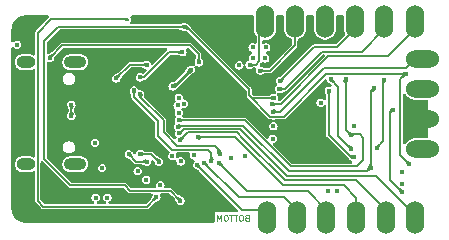
<source format=gbl>
G04 #@! TF.GenerationSoftware,KiCad,Pcbnew,8.0.2*
G04 #@! TF.CreationDate,2024-11-10T02:28:46+05:00*
G04 #@! TF.ProjectId,V1,56312e6b-6963-4616-945f-706362585858,r0.1*
G04 #@! TF.SameCoordinates,Original*
G04 #@! TF.FileFunction,Copper,L4,Bot*
G04 #@! TF.FilePolarity,Positive*
%FSLAX46Y46*%
G04 Gerber Fmt 4.6, Leading zero omitted, Abs format (unit mm)*
G04 Created by KiCad (PCBNEW 8.0.2) date 2024-11-10 02:28:46*
%MOMM*%
%LPD*%
G01*
G04 APERTURE LIST*
%ADD10C,0.125000*%
G04 #@! TA.AperFunction,NonConductor*
%ADD11C,0.125000*%
G04 #@! TD*
G04 #@! TA.AperFunction,ComponentPad*
%ADD12C,1.524000*%
G04 #@! TD*
G04 #@! TA.AperFunction,SMDPad,CuDef*
%ADD13R,1.270000X1.524000*%
G04 #@! TD*
G04 #@! TA.AperFunction,SMDPad,CuDef*
%ADD14R,1.524000X1.270000*%
G04 #@! TD*
G04 #@! TA.AperFunction,ComponentPad*
%ADD15O,1.900000X1.000000*%
G04 #@! TD*
G04 #@! TA.AperFunction,ComponentPad*
%ADD16O,1.600000X1.000000*%
G04 #@! TD*
G04 #@! TA.AperFunction,HeatsinkPad*
%ADD17C,0.500000*%
G04 #@! TD*
G04 #@! TA.AperFunction,HeatsinkPad*
%ADD18R,0.500000X1.600000*%
G04 #@! TD*
G04 #@! TA.AperFunction,ViaPad*
%ADD19C,0.300000*%
G04 #@! TD*
G04 #@! TA.AperFunction,ViaPad*
%ADD20C,0.400000*%
G04 #@! TD*
G04 #@! TA.AperFunction,Conductor*
%ADD21C,0.250000*%
G04 #@! TD*
G04 #@! TA.AperFunction,Conductor*
%ADD22C,0.127000*%
G04 #@! TD*
G04 APERTURE END LIST*
D10*
D11*
X120032049Y-108340404D02*
X119960621Y-108364214D01*
X119960621Y-108364214D02*
X119936811Y-108388023D01*
X119936811Y-108388023D02*
X119913002Y-108435642D01*
X119913002Y-108435642D02*
X119913002Y-108507071D01*
X119913002Y-108507071D02*
X119936811Y-108554690D01*
X119936811Y-108554690D02*
X119960621Y-108578500D01*
X119960621Y-108578500D02*
X120008240Y-108602309D01*
X120008240Y-108602309D02*
X120198716Y-108602309D01*
X120198716Y-108602309D02*
X120198716Y-108102309D01*
X120198716Y-108102309D02*
X120032049Y-108102309D01*
X120032049Y-108102309D02*
X119984430Y-108126119D01*
X119984430Y-108126119D02*
X119960621Y-108149928D01*
X119960621Y-108149928D02*
X119936811Y-108197547D01*
X119936811Y-108197547D02*
X119936811Y-108245166D01*
X119936811Y-108245166D02*
X119960621Y-108292785D01*
X119960621Y-108292785D02*
X119984430Y-108316595D01*
X119984430Y-108316595D02*
X120032049Y-108340404D01*
X120032049Y-108340404D02*
X120198716Y-108340404D01*
X119603478Y-108102309D02*
X119508240Y-108102309D01*
X119508240Y-108102309D02*
X119460621Y-108126119D01*
X119460621Y-108126119D02*
X119413002Y-108173738D01*
X119413002Y-108173738D02*
X119389192Y-108268976D01*
X119389192Y-108268976D02*
X119389192Y-108435642D01*
X119389192Y-108435642D02*
X119413002Y-108530880D01*
X119413002Y-108530880D02*
X119460621Y-108578500D01*
X119460621Y-108578500D02*
X119508240Y-108602309D01*
X119508240Y-108602309D02*
X119603478Y-108602309D01*
X119603478Y-108602309D02*
X119651097Y-108578500D01*
X119651097Y-108578500D02*
X119698716Y-108530880D01*
X119698716Y-108530880D02*
X119722525Y-108435642D01*
X119722525Y-108435642D02*
X119722525Y-108268976D01*
X119722525Y-108268976D02*
X119698716Y-108173738D01*
X119698716Y-108173738D02*
X119651097Y-108126119D01*
X119651097Y-108126119D02*
X119603478Y-108102309D01*
X119246334Y-108102309D02*
X118960620Y-108102309D01*
X119103477Y-108602309D02*
X119103477Y-108102309D01*
X118865382Y-108102309D02*
X118579668Y-108102309D01*
X118722525Y-108602309D02*
X118722525Y-108102309D01*
X118317764Y-108102309D02*
X118222526Y-108102309D01*
X118222526Y-108102309D02*
X118174907Y-108126119D01*
X118174907Y-108126119D02*
X118127288Y-108173738D01*
X118127288Y-108173738D02*
X118103478Y-108268976D01*
X118103478Y-108268976D02*
X118103478Y-108435642D01*
X118103478Y-108435642D02*
X118127288Y-108530880D01*
X118127288Y-108530880D02*
X118174907Y-108578500D01*
X118174907Y-108578500D02*
X118222526Y-108602309D01*
X118222526Y-108602309D02*
X118317764Y-108602309D01*
X118317764Y-108602309D02*
X118365383Y-108578500D01*
X118365383Y-108578500D02*
X118413002Y-108530880D01*
X118413002Y-108530880D02*
X118436811Y-108435642D01*
X118436811Y-108435642D02*
X118436811Y-108268976D01*
X118436811Y-108268976D02*
X118413002Y-108173738D01*
X118413002Y-108173738D02*
X118365383Y-108126119D01*
X118365383Y-108126119D02*
X118317764Y-108102309D01*
X117889192Y-108602309D02*
X117889192Y-108102309D01*
X117889192Y-108102309D02*
X117722525Y-108459452D01*
X117722525Y-108459452D02*
X117555859Y-108102309D01*
X117555859Y-108102309D02*
X117555859Y-108602309D01*
D12*
X134290000Y-100000000D03*
D13*
X134925000Y-100000000D03*
D12*
X135560000Y-100000000D03*
X134290000Y-102540000D03*
D13*
X134925000Y-102540000D03*
D12*
X135560000Y-102540000D03*
X129300000Y-107721500D03*
D14*
X129300000Y-108356500D03*
D12*
X129300000Y-108991500D03*
X129200000Y-92380000D03*
D14*
X129200000Y-91745000D03*
D12*
X129200000Y-91110000D03*
X124130000Y-92380000D03*
D14*
X124130000Y-91745000D03*
D12*
X124130000Y-91110000D03*
X121600000Y-92400000D03*
D14*
X121600000Y-91765000D03*
D12*
X121600000Y-91130000D03*
X126800000Y-107700000D03*
D14*
X126800000Y-108335000D03*
D12*
X126800000Y-108970000D03*
X134300000Y-92400000D03*
D14*
X134300000Y-91765000D03*
D12*
X134300000Y-91130000D03*
X131700000Y-92400000D03*
D14*
X131700000Y-91765000D03*
D12*
X131700000Y-91130000D03*
X134300000Y-107721500D03*
D14*
X134300000Y-108356500D03*
D12*
X134300000Y-108991500D03*
X131800000Y-107721500D03*
D14*
X131800000Y-108356500D03*
D12*
X131800000Y-108991500D03*
X134290000Y-97460000D03*
D13*
X134925000Y-97460000D03*
D12*
X135560000Y-97460000D03*
X134290000Y-94920000D03*
D13*
X134925000Y-94920000D03*
D12*
X135560000Y-94920000D03*
X124300000Y-107700000D03*
D14*
X124300000Y-108335000D03*
D12*
X124300000Y-108970000D03*
X121800000Y-107700000D03*
D14*
X121800000Y-108335000D03*
D12*
X121800000Y-108970000D03*
X126670000Y-92380000D03*
D14*
X126670000Y-91745000D03*
D12*
X126670000Y-91110000D03*
D15*
X105530000Y-95180000D03*
D16*
X101350000Y-95180000D03*
D15*
X105530000Y-103820000D03*
D16*
X101350000Y-103820000D03*
D17*
X103300000Y-106950000D03*
D18*
X103300000Y-106400000D03*
D17*
X103300000Y-105850000D03*
D19*
X109970000Y-91580000D03*
D20*
X113770000Y-97240000D03*
X107250000Y-106650000D03*
X114453524Y-103589921D03*
X126300000Y-98600000D03*
X100600000Y-93700000D03*
X108250000Y-106650000D03*
X115600000Y-103080000D03*
X118746500Y-103265399D03*
X107800000Y-104150000D03*
X122300000Y-100600000D03*
X121694001Y-93936500D03*
X113729109Y-103131192D03*
X115317744Y-95837744D03*
X112730000Y-105600000D03*
X119940000Y-103130000D03*
X127700000Y-106100000D03*
X111535729Y-105133314D03*
X126900000Y-106100000D03*
X129100000Y-100600000D03*
X120562886Y-94830067D03*
X120551288Y-93936500D03*
X121604211Y-94859392D03*
X122250000Y-101650000D03*
X117700000Y-107400000D03*
X110000000Y-101100000D03*
X116600000Y-98600000D03*
X116450000Y-108050000D03*
X112050000Y-101190223D03*
X111000000Y-101100000D03*
X114900000Y-104600000D03*
X109900000Y-100000000D03*
X119600000Y-92800000D03*
X117050000Y-98150000D03*
X117050000Y-98600000D03*
X109000000Y-102900000D03*
X116600000Y-98150000D03*
X125400000Y-101800000D03*
X109700000Y-106800000D03*
X125400000Y-100800000D03*
X122900000Y-98100000D03*
X122900000Y-93400000D03*
X114196961Y-95733500D03*
X105200000Y-99700000D03*
X105200000Y-98799986D03*
X110800000Y-104400000D03*
X107200000Y-102000000D03*
X129109777Y-103250000D03*
X127000000Y-97600000D03*
X114716455Y-98685731D03*
X131644735Y-96685001D03*
X114300000Y-98200000D03*
X131034998Y-102444699D03*
X133153484Y-104501766D03*
X119400000Y-95450000D03*
X114800000Y-92200000D03*
X122360000Y-98230000D03*
X133799996Y-103800000D03*
X133500004Y-96200004D03*
X114425000Y-106900000D03*
X117060000Y-103530000D03*
X110500000Y-97549984D03*
X117746500Y-102937903D03*
X111025001Y-97885377D03*
X128411748Y-96650000D03*
X128853554Y-101346446D03*
X114298002Y-100099883D03*
X130800000Y-97400000D03*
X130534998Y-104134998D03*
X114220000Y-100650000D03*
X115980000Y-95210000D03*
X103400000Y-94800000D03*
X122230000Y-99360000D03*
X122891801Y-96771801D03*
X122158841Y-98741896D03*
X122801018Y-97447362D03*
X111005204Y-96470000D03*
X114600002Y-94336500D03*
X109000000Y-96550000D03*
X111600000Y-95400000D03*
X111600000Y-103600000D03*
X110070268Y-102977458D03*
X112600000Y-103600000D03*
X111000160Y-102970004D03*
X127190580Y-96650000D03*
X128899997Y-102500003D03*
X114290000Y-99480000D03*
X133210000Y-105500000D03*
X132400000Y-99200000D03*
X133230000Y-106200000D03*
X114188964Y-98841476D03*
X120300000Y-95400000D03*
X121200000Y-95900000D03*
X117700000Y-103700000D03*
X116420002Y-103680000D03*
X115847849Y-103897162D03*
X115883129Y-101550003D03*
X114385155Y-101798301D03*
X114340000Y-101210000D03*
X112400000Y-106600000D03*
D21*
X113915488Y-97240000D02*
X115317744Y-95837744D01*
X113770000Y-97240000D02*
X113915488Y-97240000D01*
D22*
X122891801Y-96771801D02*
X125763602Y-93900000D01*
X125763602Y-93900000D02*
X127680000Y-93900000D01*
X127680000Y-93900000D02*
X129200000Y-92380000D01*
X132150000Y-105120000D02*
X132150000Y-99450000D01*
X132150000Y-99450000D02*
X132400000Y-99200000D01*
X133230000Y-106200000D02*
X132150000Y-105120000D01*
X133911500Y-107721500D02*
X134300000Y-107721500D01*
X130990000Y-104800000D02*
X133911500Y-107721500D01*
X119817157Y-101182843D02*
X123434314Y-104800000D01*
X123434314Y-104800000D02*
X130990000Y-104800000D01*
X120100000Y-106100000D02*
X117700000Y-103700000D01*
X126800000Y-107700000D02*
X125200000Y-106100000D01*
X125200000Y-106100000D02*
X120100000Y-106100000D01*
X110500000Y-98165686D02*
X110500000Y-97549984D01*
X112500000Y-100165686D02*
X110500000Y-98165686D01*
X113700000Y-102600000D02*
X112500000Y-101400000D01*
X112500000Y-101400000D02*
X112500000Y-100165686D01*
X116350000Y-102600000D02*
X113700000Y-102600000D01*
X124300000Y-107700000D02*
X123238000Y-106638000D01*
X123238000Y-106638000D02*
X119378002Y-106638000D01*
X119650687Y-107700000D02*
X115847849Y-103897162D01*
X119378002Y-106638000D02*
X116420002Y-103680000D01*
X121800000Y-107700000D02*
X119650687Y-107700000D01*
X104430000Y-93770000D02*
X103400000Y-94800000D01*
X115980000Y-94520000D02*
X115230000Y-93770000D01*
X115230000Y-93770000D02*
X104430000Y-93770000D01*
X115980000Y-95210000D02*
X115980000Y-94520000D01*
X113473500Y-94336500D02*
X114600002Y-94336500D01*
X111340000Y-96470000D02*
X113473500Y-94336500D01*
X111005204Y-96470000D02*
X111340000Y-96470000D01*
X103480000Y-91560000D02*
X109950000Y-91560000D01*
X102363500Y-92676500D02*
X103480000Y-91560000D01*
X102363500Y-106940500D02*
X102363500Y-92676500D01*
X109950000Y-91560000D02*
X109970000Y-91580000D01*
X102836500Y-107413500D02*
X102363500Y-106940500D01*
X111586500Y-107413500D02*
X102836500Y-107413500D01*
X112400000Y-106600000D02*
X111586500Y-107413500D01*
X105100000Y-105600000D02*
X109700000Y-105600000D01*
X102900000Y-103400000D02*
X105100000Y-105600000D01*
X110180000Y-106080000D02*
X113605000Y-106080000D01*
X113605000Y-106080000D02*
X114425000Y-106900000D01*
X102900000Y-93400000D02*
X102900000Y-103400000D01*
X104100000Y-92200000D02*
X102900000Y-93400000D01*
X114800000Y-92200000D02*
X104100000Y-92200000D01*
X109700000Y-105600000D02*
X110180000Y-106080000D01*
X129300000Y-106643870D02*
X129300000Y-107721500D01*
X128256130Y-105600000D02*
X129300000Y-106643870D01*
X123115957Y-105600000D02*
X128256130Y-105600000D01*
X115883129Y-101550003D02*
X119065960Y-101550003D01*
X119065960Y-101550003D02*
X123115957Y-105600000D01*
X122926733Y-98741896D02*
X126968629Y-94700000D01*
X126968629Y-94700000D02*
X132000000Y-94700000D01*
X122158841Y-98741896D02*
X122926733Y-98741896D01*
X132000000Y-94700000D02*
X134300000Y-92400000D01*
X133528001Y-95681999D02*
X126552316Y-95681999D01*
X134290000Y-94920000D02*
X133528001Y-95681999D01*
X122044256Y-99803500D02*
X120245378Y-98004622D01*
X123196500Y-99803500D02*
X122044256Y-99803500D01*
X122874315Y-99360000D02*
X122230000Y-99360000D01*
X126799996Y-96200004D02*
X123196500Y-99803500D01*
X126552316Y-95681999D02*
X122874315Y-99360000D01*
X133500004Y-96200004D02*
X126799996Y-96200004D01*
X120470756Y-98230000D02*
X120245378Y-98004622D01*
X122360000Y-98230000D02*
X120470756Y-98230000D01*
X130269996Y-104400000D02*
X130534998Y-104134998D01*
X123600000Y-104400000D02*
X130269996Y-104400000D01*
X119763383Y-100563383D02*
X123600000Y-104400000D01*
X114306617Y-100563383D02*
X119763383Y-100563383D01*
X119865569Y-100099883D02*
X114298002Y-100099883D01*
X123765686Y-104000000D02*
X119865569Y-100099883D01*
X129900000Y-103500000D02*
X129400000Y-104000000D01*
X129600000Y-101300000D02*
X129900000Y-101600000D01*
X128900000Y-101300000D02*
X129600000Y-101300000D01*
X114220000Y-100650000D02*
X114306617Y-100563383D01*
X128853554Y-101346446D02*
X128900000Y-101300000D01*
X129400000Y-104000000D02*
X123765686Y-104000000D01*
X129900000Y-101600000D02*
X129900000Y-103500000D01*
X114950000Y-92200000D02*
X114800000Y-92200000D01*
X120245378Y-97495378D02*
X114950000Y-92200000D01*
X120245378Y-98004622D02*
X120245378Y-97495378D01*
X114697030Y-100852970D02*
X114340000Y-101210000D01*
X119487284Y-100852970D02*
X114697030Y-100852970D01*
X119817157Y-101182843D02*
X119487284Y-100852970D01*
X115046953Y-101136503D02*
X114385155Y-101798301D01*
X119205131Y-101136503D02*
X115046953Y-101136503D01*
X119734314Y-101665686D02*
X119205131Y-101136503D01*
X105200000Y-99700000D02*
X105200000Y-98799986D01*
X128886396Y-103250000D02*
X129109777Y-103250000D01*
X127000000Y-97600000D02*
X127000000Y-101363604D01*
X127000000Y-101363604D02*
X128886396Y-103250000D01*
X131644735Y-96685001D02*
X131600000Y-96729736D01*
X131600000Y-96729736D02*
X131600000Y-101879697D01*
X131600000Y-101879697D02*
X131034998Y-102444699D01*
X133500004Y-96200004D02*
X133050000Y-96650008D01*
X133050000Y-103050004D02*
X133799996Y-103800000D01*
X133050000Y-96650008D02*
X133050000Y-103050004D01*
X116600000Y-102600000D02*
X116350000Y-102600000D01*
X128411748Y-96650000D02*
X128411748Y-100904640D01*
X128411748Y-100904640D02*
X128853554Y-101346446D01*
X130800000Y-97400000D02*
X130534998Y-97665002D01*
X130534998Y-97665002D02*
X130534998Y-104134998D01*
X123252638Y-97447362D02*
X122801018Y-97447362D01*
X129800000Y-94300000D02*
X126400000Y-94300000D01*
X126400000Y-94300000D02*
X123252638Y-97447362D01*
X131700000Y-92400000D02*
X129800000Y-94300000D01*
X110692810Y-103600000D02*
X110070268Y-102977458D01*
X111600000Y-103600000D02*
X110692810Y-103600000D01*
X111970004Y-102970004D02*
X111000160Y-102970004D01*
X112600000Y-103600000D02*
X111970004Y-102970004D01*
X127800000Y-97259420D02*
X127800000Y-101400006D01*
X127190580Y-96650000D02*
X127800000Y-97259420D01*
X127800000Y-101400006D02*
X128899997Y-102500003D01*
X121100000Y-92900000D02*
X121100000Y-95100000D01*
X121600000Y-92400000D02*
X121100000Y-92900000D01*
X120800000Y-95400000D02*
X120300000Y-95400000D01*
X121100000Y-95100000D02*
X120800000Y-95400000D01*
X122000000Y-95900000D02*
X124130000Y-93770000D01*
X121200000Y-95900000D02*
X122000000Y-95900000D01*
X124130000Y-93770000D02*
X124130000Y-92380000D01*
X119734314Y-101665686D02*
X123268628Y-105200000D01*
X129278500Y-105200000D02*
X131800000Y-107721500D01*
X123268628Y-105200000D02*
X129278500Y-105200000D01*
X119568628Y-101500000D02*
X119734314Y-101665686D01*
X119734314Y-101100000D02*
X119817157Y-101182843D01*
X110150000Y-95400000D02*
X109000000Y-96550000D01*
X111600000Y-95400000D02*
X110150000Y-95400000D01*
X117060000Y-102860000D02*
X117060000Y-103530000D01*
X116350000Y-102600000D02*
X116800000Y-102600000D01*
X116800000Y-102600000D02*
X117060000Y-102860000D01*
X117746500Y-102726500D02*
X117746500Y-102937903D01*
X114178048Y-102298301D02*
X117318301Y-102298301D01*
X113000000Y-101120253D02*
X114178048Y-102298301D01*
X111025001Y-97885377D02*
X111025001Y-98125001D01*
X113000000Y-100100000D02*
X113000000Y-101120253D01*
X117318301Y-102298301D02*
X117746500Y-102726500D01*
X111025001Y-98125001D02*
X113000000Y-100100000D01*
G04 #@! TA.AperFunction,Conductor*
G36*
X103277534Y-91247185D02*
G01*
X103323289Y-91299989D01*
X103333233Y-91369147D01*
X103304208Y-91432703D01*
X103298176Y-91439181D01*
X102246619Y-92490738D01*
X102246608Y-92490747D01*
X102246609Y-92490748D01*
X102242278Y-92495079D01*
X102182079Y-92555278D01*
X102174383Y-92573859D01*
X102162994Y-92601354D01*
X102149499Y-92633931D01*
X102149499Y-92733500D01*
X102149500Y-92733509D01*
X102149500Y-94499418D01*
X102129815Y-94566457D01*
X102077011Y-94612212D01*
X102007853Y-94622156D01*
X101964054Y-94605373D01*
X101963502Y-94606408D01*
X101958124Y-94603533D01*
X101839744Y-94554499D01*
X101839738Y-94554497D01*
X101714071Y-94529500D01*
X101714069Y-94529500D01*
X100985931Y-94529500D01*
X100985929Y-94529500D01*
X100860261Y-94554497D01*
X100860255Y-94554499D01*
X100741875Y-94603533D01*
X100741866Y-94603538D01*
X100635331Y-94674723D01*
X100635327Y-94674726D01*
X100544726Y-94765327D01*
X100544723Y-94765331D01*
X100473538Y-94871866D01*
X100473533Y-94871875D01*
X100424499Y-94990255D01*
X100424497Y-94990261D01*
X100399500Y-95115928D01*
X100399500Y-95115931D01*
X100399500Y-95244069D01*
X100399500Y-95244071D01*
X100399499Y-95244071D01*
X100424497Y-95369738D01*
X100424499Y-95369744D01*
X100473533Y-95488124D01*
X100473538Y-95488133D01*
X100544723Y-95594668D01*
X100544726Y-95594672D01*
X100635327Y-95685273D01*
X100635331Y-95685276D01*
X100741866Y-95756461D01*
X100741872Y-95756464D01*
X100741873Y-95756465D01*
X100860256Y-95805501D01*
X100860260Y-95805501D01*
X100860261Y-95805502D01*
X100985928Y-95830500D01*
X100985931Y-95830500D01*
X101714071Y-95830500D01*
X101798615Y-95813682D01*
X101839744Y-95805501D01*
X101958127Y-95756465D01*
X101958131Y-95756461D01*
X101963502Y-95753592D01*
X101964295Y-95755077D01*
X102023263Y-95736601D01*
X102090647Y-95755073D01*
X102137347Y-95807043D01*
X102149500Y-95860581D01*
X102149500Y-103139418D01*
X102129815Y-103206457D01*
X102077011Y-103252212D01*
X102007853Y-103262156D01*
X101964054Y-103245373D01*
X101963502Y-103246408D01*
X101958124Y-103243533D01*
X101839744Y-103194499D01*
X101839738Y-103194497D01*
X101714071Y-103169500D01*
X101714069Y-103169500D01*
X100985931Y-103169500D01*
X100985929Y-103169500D01*
X100860261Y-103194497D01*
X100860255Y-103194499D01*
X100741875Y-103243533D01*
X100741866Y-103243538D01*
X100635331Y-103314723D01*
X100635327Y-103314726D01*
X100544726Y-103405327D01*
X100544723Y-103405331D01*
X100473538Y-103511866D01*
X100473533Y-103511875D01*
X100424499Y-103630255D01*
X100424497Y-103630261D01*
X100399500Y-103755928D01*
X100399500Y-103755931D01*
X100399500Y-103884069D01*
X100399500Y-103884071D01*
X100399499Y-103884071D01*
X100424497Y-104009738D01*
X100424499Y-104009744D01*
X100473533Y-104128124D01*
X100473538Y-104128133D01*
X100544723Y-104234668D01*
X100544726Y-104234672D01*
X100635327Y-104325273D01*
X100635331Y-104325276D01*
X100741866Y-104396461D01*
X100741872Y-104396464D01*
X100741873Y-104396465D01*
X100860256Y-104445501D01*
X100860260Y-104445501D01*
X100860261Y-104445502D01*
X100985928Y-104470500D01*
X100985931Y-104470500D01*
X101714071Y-104470500D01*
X101798615Y-104453682D01*
X101839744Y-104445501D01*
X101958127Y-104396465D01*
X101958131Y-104396461D01*
X101963502Y-104393592D01*
X101964295Y-104395077D01*
X102023263Y-104376601D01*
X102090647Y-104395073D01*
X102137347Y-104447043D01*
X102149500Y-104500581D01*
X102149500Y-106887930D01*
X102149499Y-106887944D01*
X102149499Y-106897933D01*
X102149499Y-106983067D01*
X102158530Y-107004869D01*
X102164029Y-107018145D01*
X102182078Y-107061721D01*
X102252482Y-107132125D01*
X102252492Y-107132133D01*
X102648005Y-107527646D01*
X102648018Y-107527661D01*
X102655079Y-107534722D01*
X102715278Y-107594921D01*
X102758914Y-107612995D01*
X102758915Y-107612996D01*
X102773420Y-107619003D01*
X102793933Y-107627501D01*
X102793934Y-107627501D01*
X102893501Y-107627501D01*
X102893509Y-107627500D01*
X111529491Y-107627500D01*
X111529499Y-107627501D01*
X111543933Y-107627501D01*
X111629066Y-107627501D01*
X111629067Y-107627501D01*
X111664084Y-107612996D01*
X111707722Y-107594921D01*
X111767921Y-107534722D01*
X111767921Y-107534720D01*
X111779834Y-107522808D01*
X111779840Y-107522800D01*
X112223220Y-107079419D01*
X112259572Y-107054225D01*
X112530644Y-106930992D01*
X112544938Y-106920929D01*
X112560019Y-106911840D01*
X112608587Y-106887095D01*
X112687095Y-106808587D01*
X112737500Y-106709661D01*
X112737500Y-106709659D01*
X112737501Y-106709658D01*
X112754869Y-106600002D01*
X112754869Y-106599997D01*
X112737501Y-106490342D01*
X112737500Y-106490340D01*
X112737500Y-106490339D01*
X112729324Y-106474293D01*
X112716428Y-106405627D01*
X112742704Y-106340886D01*
X112799810Y-106300629D01*
X112839809Y-106294000D01*
X113464997Y-106294000D01*
X113532036Y-106313685D01*
X113552677Y-106330318D01*
X113749340Y-106526982D01*
X113945573Y-106723215D01*
X113970774Y-106759577D01*
X114094007Y-107030645D01*
X114104074Y-107044944D01*
X114113162Y-107060025D01*
X114137905Y-107108587D01*
X114216413Y-107187095D01*
X114315339Y-107237500D01*
X114315341Y-107237501D01*
X114424998Y-107254869D01*
X114425000Y-107254869D01*
X114425002Y-107254869D01*
X114534658Y-107237501D01*
X114534659Y-107237500D01*
X114534661Y-107237500D01*
X114633587Y-107187095D01*
X114712095Y-107108587D01*
X114762500Y-107009661D01*
X114762500Y-107009659D01*
X114762501Y-107009658D01*
X114779869Y-106900002D01*
X114779869Y-106899997D01*
X114762501Y-106790341D01*
X114746643Y-106759218D01*
X114712095Y-106691413D01*
X114712092Y-106691410D01*
X114712090Y-106691407D01*
X114633592Y-106612909D01*
X114633588Y-106612906D01*
X114633587Y-106612905D01*
X114610817Y-106601303D01*
X114584062Y-106587670D01*
X114568002Y-106577887D01*
X114555644Y-106569007D01*
X114555642Y-106569006D01*
X114555635Y-106569002D01*
X114284580Y-106445776D01*
X114248217Y-106420575D01*
X113796633Y-105968992D01*
X113796625Y-105968982D01*
X113726224Y-105898581D01*
X113726222Y-105898579D01*
X113726219Y-105898577D01*
X113726218Y-105898577D01*
X113672514Y-105876332D01*
X113672512Y-105876332D01*
X113647567Y-105865999D01*
X113562433Y-105865999D01*
X113547999Y-105865999D01*
X113547991Y-105866000D01*
X113187374Y-105866000D01*
X113120335Y-105846315D01*
X113074580Y-105793511D01*
X113064636Y-105724353D01*
X113066321Y-105717103D01*
X113084869Y-105600002D01*
X113084869Y-105599997D01*
X113067501Y-105490341D01*
X113057552Y-105470815D01*
X113017095Y-105391413D01*
X113017092Y-105391410D01*
X113017090Y-105391407D01*
X112938592Y-105312909D01*
X112938588Y-105312906D01*
X112938587Y-105312905D01*
X112916048Y-105301421D01*
X112839658Y-105262498D01*
X112730002Y-105245131D01*
X112729998Y-105245131D01*
X112620341Y-105262498D01*
X112521414Y-105312904D01*
X112521407Y-105312909D01*
X112442909Y-105391407D01*
X112442904Y-105391414D01*
X112392498Y-105490341D01*
X112375131Y-105599997D01*
X112375131Y-105600002D01*
X112394026Y-105719300D01*
X112391016Y-105719776D01*
X112392553Y-105773519D01*
X112356475Y-105833353D01*
X112293775Y-105864183D01*
X112272626Y-105866000D01*
X110320004Y-105866000D01*
X110252965Y-105846315D01*
X110232323Y-105829681D01*
X109891633Y-105488992D01*
X109891625Y-105488982D01*
X109821221Y-105418578D01*
X109775148Y-105399495D01*
X109775146Y-105399493D01*
X109775146Y-105399494D01*
X109742567Y-105385999D01*
X109657433Y-105385999D01*
X109642999Y-105385999D01*
X109642991Y-105386000D01*
X105240003Y-105386000D01*
X105172964Y-105366315D01*
X105152322Y-105349681D01*
X104935952Y-105133311D01*
X111180860Y-105133311D01*
X111180860Y-105133316D01*
X111198227Y-105242972D01*
X111248633Y-105341899D01*
X111248638Y-105341906D01*
X111327136Y-105420404D01*
X111327139Y-105420406D01*
X111327142Y-105420409D01*
X111385844Y-105450319D01*
X111426070Y-105470815D01*
X111535727Y-105488183D01*
X111535729Y-105488183D01*
X111535731Y-105488183D01*
X111645387Y-105470815D01*
X111645388Y-105470814D01*
X111645390Y-105470814D01*
X111744316Y-105420409D01*
X111822824Y-105341901D01*
X111873229Y-105242975D01*
X111873229Y-105242973D01*
X111873230Y-105242972D01*
X111890598Y-105133316D01*
X111890598Y-105133311D01*
X111873230Y-105023655D01*
X111850985Y-104979996D01*
X111822824Y-104924727D01*
X111822821Y-104924724D01*
X111822819Y-104924721D01*
X111744321Y-104846223D01*
X111744317Y-104846220D01*
X111744316Y-104846219D01*
X111730670Y-104839266D01*
X111645387Y-104795812D01*
X111535731Y-104778445D01*
X111535727Y-104778445D01*
X111426070Y-104795812D01*
X111327143Y-104846218D01*
X111327136Y-104846223D01*
X111248638Y-104924721D01*
X111248633Y-104924728D01*
X111198227Y-105023655D01*
X111180860Y-105133311D01*
X104935952Y-105133311D01*
X103686712Y-103884071D01*
X104429499Y-103884071D01*
X104454497Y-104009738D01*
X104454499Y-104009744D01*
X104503533Y-104128124D01*
X104503538Y-104128133D01*
X104574723Y-104234668D01*
X104574726Y-104234672D01*
X104665327Y-104325273D01*
X104665331Y-104325276D01*
X104771866Y-104396461D01*
X104771872Y-104396464D01*
X104771873Y-104396465D01*
X104890256Y-104445501D01*
X104890260Y-104445501D01*
X104890261Y-104445502D01*
X105015928Y-104470500D01*
X105015931Y-104470500D01*
X106044071Y-104470500D01*
X106128615Y-104453682D01*
X106169744Y-104445501D01*
X106288127Y-104396465D01*
X106394669Y-104325276D01*
X106485276Y-104234669D01*
X106541852Y-104149997D01*
X107445131Y-104149997D01*
X107445131Y-104150002D01*
X107462498Y-104259658D01*
X107512904Y-104358585D01*
X107512909Y-104358592D01*
X107591407Y-104437090D01*
X107591410Y-104437092D01*
X107591413Y-104437095D01*
X107690339Y-104487500D01*
X107690341Y-104487501D01*
X107799998Y-104504869D01*
X107800000Y-104504869D01*
X107800002Y-104504869D01*
X107909658Y-104487501D01*
X107909659Y-104487500D01*
X107909661Y-104487500D01*
X108008587Y-104437095D01*
X108045685Y-104399997D01*
X110445131Y-104399997D01*
X110445131Y-104400002D01*
X110462498Y-104509658D01*
X110512904Y-104608585D01*
X110512909Y-104608592D01*
X110591407Y-104687090D01*
X110591410Y-104687092D01*
X110591413Y-104687095D01*
X110690339Y-104737500D01*
X110690341Y-104737501D01*
X110799998Y-104754869D01*
X110800000Y-104754869D01*
X110800002Y-104754869D01*
X110909658Y-104737501D01*
X110909659Y-104737500D01*
X110909661Y-104737500D01*
X111008587Y-104687095D01*
X111087095Y-104608587D01*
X111137500Y-104509661D01*
X111137500Y-104509659D01*
X111137501Y-104509658D01*
X111154869Y-104400002D01*
X111154869Y-104399997D01*
X111137501Y-104290341D01*
X111101290Y-104219273D01*
X111087095Y-104191413D01*
X111087092Y-104191410D01*
X111087090Y-104191407D01*
X111008592Y-104112909D01*
X111008588Y-104112906D01*
X111008587Y-104112905D01*
X110994552Y-104105754D01*
X110909658Y-104062498D01*
X110896867Y-104060473D01*
X110833733Y-104030544D01*
X110798270Y-103973593D01*
X110777441Y-104019204D01*
X110718663Y-104056978D01*
X110703126Y-104060474D01*
X110690341Y-104062498D01*
X110591414Y-104112904D01*
X110591407Y-104112909D01*
X110512909Y-104191407D01*
X110512904Y-104191414D01*
X110462498Y-104290341D01*
X110445131Y-104399997D01*
X108045685Y-104399997D01*
X108087095Y-104358587D01*
X108137500Y-104259661D01*
X108137500Y-104259659D01*
X108137501Y-104259658D01*
X108154869Y-104150002D01*
X108154869Y-104149997D01*
X108137501Y-104040341D01*
X108126731Y-104019204D01*
X108087095Y-103941413D01*
X108087092Y-103941410D01*
X108087090Y-103941407D01*
X108008592Y-103862909D01*
X108008588Y-103862906D01*
X108008587Y-103862905D01*
X107965372Y-103840886D01*
X107909658Y-103812498D01*
X107800002Y-103795131D01*
X107799998Y-103795131D01*
X107690341Y-103812498D01*
X107591414Y-103862904D01*
X107591407Y-103862909D01*
X107512909Y-103941407D01*
X107512904Y-103941414D01*
X107462498Y-104040341D01*
X107445131Y-104149997D01*
X106541852Y-104149997D01*
X106556465Y-104128127D01*
X106605501Y-104009744D01*
X106619093Y-103941413D01*
X106630500Y-103884071D01*
X106630500Y-103755928D01*
X106605502Y-103630261D01*
X106605501Y-103630260D01*
X106605501Y-103630256D01*
X106566912Y-103537095D01*
X106556466Y-103511875D01*
X106556461Y-103511866D01*
X106485276Y-103405331D01*
X106485273Y-103405327D01*
X106394672Y-103314726D01*
X106394668Y-103314723D01*
X106288133Y-103243538D01*
X106288124Y-103243533D01*
X106169744Y-103194499D01*
X106169738Y-103194497D01*
X106044071Y-103169500D01*
X106044069Y-103169500D01*
X105015931Y-103169500D01*
X105015929Y-103169500D01*
X104890261Y-103194497D01*
X104890255Y-103194499D01*
X104771875Y-103243533D01*
X104771866Y-103243538D01*
X104665331Y-103314723D01*
X104665327Y-103314726D01*
X104574726Y-103405327D01*
X104574723Y-103405331D01*
X104503538Y-103511866D01*
X104503533Y-103511875D01*
X104454499Y-103630255D01*
X104454497Y-103630261D01*
X104429500Y-103755928D01*
X104429500Y-103755931D01*
X104429500Y-103884069D01*
X104429500Y-103884071D01*
X104429499Y-103884071D01*
X103686712Y-103884071D01*
X103150319Y-103347678D01*
X103116834Y-103286355D01*
X103114000Y-103259997D01*
X103114000Y-102977455D01*
X109715399Y-102977455D01*
X109715399Y-102977460D01*
X109732766Y-103087116D01*
X109783172Y-103186043D01*
X109783177Y-103186050D01*
X109861675Y-103264548D01*
X109861684Y-103264555D01*
X109911204Y-103289787D01*
X109927260Y-103299567D01*
X109939623Y-103308450D01*
X110210687Y-103431680D01*
X110247049Y-103456881D01*
X110504318Y-103714150D01*
X110504321Y-103714154D01*
X110511389Y-103721222D01*
X110571588Y-103781421D01*
X110604685Y-103795129D01*
X110604687Y-103795131D01*
X110604688Y-103795131D01*
X110650243Y-103814001D01*
X110650244Y-103814001D01*
X110683728Y-103814001D01*
X110750767Y-103833686D01*
X110796522Y-103886490D01*
X110798507Y-103900300D01*
X110836409Y-103843137D01*
X110900372Y-103815023D01*
X110916265Y-103814000D01*
X111135993Y-103814000D01*
X111179521Y-103821891D01*
X111298875Y-103866641D01*
X111298876Y-103866642D01*
X111458332Y-103926426D01*
X111458334Y-103926426D01*
X111463921Y-103927945D01*
X111463722Y-103928673D01*
X111485321Y-103935869D01*
X111490342Y-103937501D01*
X111599998Y-103954869D01*
X111600000Y-103954869D01*
X111600002Y-103954869D01*
X111709658Y-103937501D01*
X111709659Y-103937500D01*
X111709661Y-103937500D01*
X111808587Y-103887095D01*
X111887095Y-103808587D01*
X111937500Y-103709661D01*
X111939097Y-103699582D01*
X111951659Y-103620268D01*
X111954869Y-103600000D01*
X111954869Y-103599997D01*
X111956129Y-103592043D01*
X111986058Y-103528908D01*
X112045369Y-103491976D01*
X112115232Y-103492974D01*
X112173465Y-103531583D01*
X112191484Y-103560121D01*
X112269007Y-103730645D01*
X112279074Y-103744944D01*
X112288162Y-103760025D01*
X112299064Y-103781422D01*
X112308529Y-103800000D01*
X112312905Y-103808587D01*
X112391413Y-103887095D01*
X112433594Y-103908587D01*
X112490341Y-103937501D01*
X112599998Y-103954869D01*
X112600000Y-103954869D01*
X112600002Y-103954869D01*
X112709658Y-103937501D01*
X112709659Y-103937500D01*
X112709661Y-103937500D01*
X112808587Y-103887095D01*
X112887095Y-103808587D01*
X112937500Y-103709661D01*
X112937500Y-103709659D01*
X112937501Y-103709658D01*
X112954869Y-103600002D01*
X112954869Y-103599997D01*
X112937501Y-103490341D01*
X112933959Y-103483390D01*
X112887095Y-103391413D01*
X112887092Y-103391410D01*
X112887090Y-103391407D01*
X112808592Y-103312909D01*
X112808588Y-103312906D01*
X112808587Y-103312905D01*
X112782416Y-103299570D01*
X112759062Y-103287670D01*
X112743002Y-103277887D01*
X112733544Y-103271091D01*
X112730644Y-103269007D01*
X112730642Y-103269006D01*
X112730635Y-103269002D01*
X112459579Y-103145776D01*
X112423216Y-103120575D01*
X112161637Y-102858996D01*
X112161629Y-102858986D01*
X112091228Y-102788585D01*
X112091226Y-102788583D01*
X112043636Y-102768871D01*
X112043622Y-102768865D01*
X112012573Y-102756003D01*
X112012571Y-102756003D01*
X111927437Y-102756003D01*
X111913003Y-102756003D01*
X111912995Y-102756004D01*
X111464170Y-102756004D01*
X111420639Y-102748111D01*
X111348915Y-102721220D01*
X111141827Y-102643575D01*
X111136245Y-102642059D01*
X111136442Y-102641332D01*
X111114928Y-102634163D01*
X111109817Y-102632502D01*
X111000162Y-102615135D01*
X111000158Y-102615135D01*
X110890501Y-102632502D01*
X110791574Y-102682908D01*
X110791567Y-102682913D01*
X110713069Y-102761411D01*
X110713064Y-102761418D01*
X110662658Y-102860346D01*
X110662658Y-102860347D01*
X110661267Y-102869128D01*
X110631335Y-102932261D01*
X110572022Y-102969189D01*
X110502159Y-102968188D01*
X110443928Y-102929576D01*
X110425915Y-102901047D01*
X110401260Y-102846813D01*
X110391184Y-102832500D01*
X110382106Y-102817433D01*
X110365198Y-102784248D01*
X110357365Y-102768874D01*
X110357364Y-102768873D01*
X110357363Y-102768871D01*
X110278855Y-102690363D01*
X110275011Y-102688404D01*
X110179926Y-102639956D01*
X110070270Y-102622589D01*
X110070266Y-102622589D01*
X109960609Y-102639956D01*
X109861682Y-102690362D01*
X109861675Y-102690367D01*
X109783177Y-102768865D01*
X109783174Y-102768870D01*
X109783173Y-102768871D01*
X109769241Y-102796215D01*
X109732766Y-102867799D01*
X109715399Y-102977455D01*
X103114000Y-102977455D01*
X103114000Y-102320817D01*
X104474500Y-102320817D01*
X104474500Y-102459183D01*
X104508933Y-102587687D01*
X104510312Y-102592835D01*
X104510313Y-102592838D01*
X104579492Y-102712661D01*
X104579494Y-102712664D01*
X104579495Y-102712665D01*
X104677335Y-102810505D01*
X104677336Y-102810506D01*
X104677338Y-102810507D01*
X104708060Y-102828244D01*
X104797164Y-102879688D01*
X104930817Y-102915500D01*
X104930819Y-102915500D01*
X105069181Y-102915500D01*
X105069183Y-102915500D01*
X105202836Y-102879688D01*
X105322665Y-102810505D01*
X105420505Y-102712665D01*
X105489688Y-102592836D01*
X105525500Y-102459183D01*
X105525500Y-102320817D01*
X105489688Y-102187164D01*
X105426986Y-102078560D01*
X105420507Y-102067338D01*
X105420503Y-102067333D01*
X105353167Y-101999997D01*
X106845131Y-101999997D01*
X106845131Y-102000002D01*
X106862498Y-102109658D01*
X106912904Y-102208585D01*
X106912909Y-102208592D01*
X106991407Y-102287090D01*
X106991410Y-102287092D01*
X106991413Y-102287095D01*
X107090339Y-102337500D01*
X107090341Y-102337501D01*
X107199998Y-102354869D01*
X107200000Y-102354869D01*
X107200002Y-102354869D01*
X107309658Y-102337501D01*
X107309659Y-102337500D01*
X107309661Y-102337500D01*
X107408587Y-102287095D01*
X107487095Y-102208587D01*
X107537500Y-102109661D01*
X107537500Y-102109659D01*
X107537501Y-102109658D01*
X107554869Y-102000002D01*
X107554869Y-101999997D01*
X107537501Y-101890341D01*
X107531676Y-101878909D01*
X107487095Y-101791413D01*
X107487092Y-101791410D01*
X107487090Y-101791407D01*
X107408592Y-101712909D01*
X107408588Y-101712906D01*
X107408587Y-101712905D01*
X107385840Y-101701315D01*
X107309658Y-101662498D01*
X107200002Y-101645131D01*
X107199998Y-101645131D01*
X107090341Y-101662498D01*
X106991414Y-101712904D01*
X106991407Y-101712909D01*
X106912909Y-101791407D01*
X106912904Y-101791414D01*
X106862498Y-101890341D01*
X106845131Y-101999997D01*
X105353167Y-101999997D01*
X105322666Y-101969496D01*
X105322661Y-101969492D01*
X105202838Y-101900313D01*
X105202837Y-101900312D01*
X105202836Y-101900312D01*
X105069183Y-101864500D01*
X104930817Y-101864500D01*
X104797164Y-101900312D01*
X104797161Y-101900313D01*
X104677338Y-101969492D01*
X104677333Y-101969496D01*
X104579496Y-102067333D01*
X104579492Y-102067338D01*
X104510313Y-102187161D01*
X104510312Y-102187164D01*
X104474500Y-102320817D01*
X103114000Y-102320817D01*
X103114000Y-98799983D01*
X104845131Y-98799983D01*
X104845131Y-98799987D01*
X104862498Y-98909641D01*
X104865515Y-98918925D01*
X104865485Y-98918934D01*
X104871085Y-98936011D01*
X104872003Y-98935767D01*
X104873573Y-98941659D01*
X104972855Y-99206458D01*
X104977959Y-99276141D01*
X104972856Y-99293521D01*
X104873571Y-99558333D01*
X104872055Y-99563915D01*
X104871329Y-99563717D01*
X104864120Y-99585351D01*
X104862498Y-99590342D01*
X104845131Y-99699997D01*
X104845131Y-99700002D01*
X104862498Y-99809658D01*
X104912904Y-99908585D01*
X104912909Y-99908592D01*
X104991407Y-99987090D01*
X104991410Y-99987092D01*
X104991413Y-99987095D01*
X105089721Y-100037185D01*
X105090341Y-100037501D01*
X105199998Y-100054869D01*
X105200000Y-100054869D01*
X105200002Y-100054869D01*
X105309658Y-100037501D01*
X105309659Y-100037500D01*
X105309661Y-100037500D01*
X105408587Y-99987095D01*
X105487095Y-99908587D01*
X105537500Y-99809661D01*
X105537500Y-99809659D01*
X105537501Y-99809658D01*
X105554869Y-99700002D01*
X105554869Y-99699997D01*
X105537501Y-99590340D01*
X105534485Y-99581059D01*
X105534515Y-99581049D01*
X105528917Y-99563974D01*
X105527996Y-99564220D01*
X105526426Y-99558333D01*
X105526426Y-99558331D01*
X105427143Y-99293527D01*
X105422039Y-99223844D01*
X105427142Y-99206463D01*
X105427144Y-99206458D01*
X105526427Y-98941654D01*
X105526429Y-98941641D01*
X105527947Y-98936059D01*
X105528681Y-98936258D01*
X105535739Y-98915063D01*
X105537497Y-98909652D01*
X105537500Y-98909647D01*
X105554869Y-98799986D01*
X105554869Y-98799983D01*
X105537501Y-98690327D01*
X105519848Y-98655681D01*
X105487095Y-98591399D01*
X105487092Y-98591396D01*
X105487090Y-98591393D01*
X105408592Y-98512895D01*
X105408588Y-98512892D01*
X105408587Y-98512891D01*
X105364326Y-98490339D01*
X105309658Y-98462484D01*
X105200002Y-98445117D01*
X105199998Y-98445117D01*
X105090341Y-98462484D01*
X104991414Y-98512890D01*
X104991407Y-98512895D01*
X104912909Y-98591393D01*
X104912904Y-98591400D01*
X104862498Y-98690327D01*
X104845131Y-98799983D01*
X103114000Y-98799983D01*
X103114000Y-96540817D01*
X104474500Y-96540817D01*
X104474500Y-96679183D01*
X104509108Y-96808340D01*
X104510312Y-96812835D01*
X104510313Y-96812838D01*
X104579492Y-96932661D01*
X104579495Y-96932665D01*
X104677335Y-97030505D01*
X104677336Y-97030506D01*
X104677338Y-97030507D01*
X104702668Y-97045131D01*
X104797164Y-97099688D01*
X104930817Y-97135500D01*
X104930819Y-97135500D01*
X105069181Y-97135500D01*
X105069183Y-97135500D01*
X105202836Y-97099688D01*
X105322665Y-97030505D01*
X105420505Y-96932665D01*
X105489688Y-96812836D01*
X105525500Y-96679183D01*
X105525500Y-96540817D01*
X105489688Y-96407164D01*
X105433397Y-96309665D01*
X105420507Y-96287338D01*
X105420503Y-96287333D01*
X105322666Y-96189496D01*
X105322661Y-96189492D01*
X105202838Y-96120313D01*
X105202837Y-96120312D01*
X105202836Y-96120312D01*
X105069183Y-96084500D01*
X104930817Y-96084500D01*
X104797164Y-96120312D01*
X104797161Y-96120313D01*
X104677338Y-96189492D01*
X104677333Y-96189496D01*
X104579496Y-96287333D01*
X104579492Y-96287338D01*
X104510313Y-96407161D01*
X104510312Y-96407164D01*
X104474500Y-96540817D01*
X103114000Y-96540817D01*
X103114000Y-95249999D01*
X103115741Y-95244071D01*
X104429499Y-95244071D01*
X104454497Y-95369738D01*
X104454499Y-95369744D01*
X104503533Y-95488124D01*
X104503538Y-95488133D01*
X104574723Y-95594668D01*
X104574726Y-95594672D01*
X104665327Y-95685273D01*
X104665331Y-95685276D01*
X104771866Y-95756461D01*
X104771872Y-95756464D01*
X104771873Y-95756465D01*
X104890256Y-95805501D01*
X104890260Y-95805501D01*
X104890261Y-95805502D01*
X105015928Y-95830500D01*
X105015931Y-95830500D01*
X106044071Y-95830500D01*
X106128615Y-95813682D01*
X106169744Y-95805501D01*
X106288127Y-95756465D01*
X106394669Y-95685276D01*
X106485276Y-95594669D01*
X106556465Y-95488127D01*
X106605501Y-95369744D01*
X106619487Y-95299436D01*
X106630500Y-95244071D01*
X106630500Y-95115928D01*
X106605502Y-94990261D01*
X106605501Y-94990260D01*
X106605501Y-94990256D01*
X106556465Y-94871873D01*
X106556464Y-94871872D01*
X106556461Y-94871866D01*
X106485276Y-94765331D01*
X106485273Y-94765327D01*
X106394672Y-94674726D01*
X106394668Y-94674723D01*
X106288133Y-94603538D01*
X106288124Y-94603533D01*
X106169744Y-94554499D01*
X106169738Y-94554497D01*
X106044071Y-94529500D01*
X106044069Y-94529500D01*
X105015931Y-94529500D01*
X105015929Y-94529500D01*
X104890261Y-94554497D01*
X104890255Y-94554499D01*
X104771875Y-94603533D01*
X104771866Y-94603538D01*
X104665331Y-94674723D01*
X104665327Y-94674726D01*
X104574726Y-94765327D01*
X104574723Y-94765331D01*
X104503538Y-94871866D01*
X104503533Y-94871875D01*
X104454499Y-94990255D01*
X104454497Y-94990261D01*
X104429500Y-95115928D01*
X104429500Y-95115931D01*
X104429500Y-95244069D01*
X104429500Y-95244071D01*
X104429499Y-95244071D01*
X103115741Y-95244071D01*
X103133685Y-95182960D01*
X103186489Y-95137205D01*
X103255647Y-95127261D01*
X103280817Y-95135242D01*
X103281063Y-95134486D01*
X103290337Y-95137499D01*
X103290339Y-95137500D01*
X103322330Y-95142567D01*
X103399998Y-95154869D01*
X103400000Y-95154869D01*
X103400002Y-95154869D01*
X103509658Y-95137501D01*
X103509659Y-95137500D01*
X103509661Y-95137500D01*
X103608587Y-95087095D01*
X103687095Y-95008587D01*
X103712328Y-94959060D01*
X103722121Y-94942988D01*
X103730989Y-94930648D01*
X103730988Y-94930648D01*
X103730992Y-94930644D01*
X103854225Y-94659572D01*
X103879419Y-94623220D01*
X104482322Y-94020319D01*
X104543645Y-93986834D01*
X104570003Y-93984000D01*
X113223995Y-93984000D01*
X113291034Y-94003685D01*
X113336789Y-94056489D01*
X113346733Y-94125647D01*
X113317708Y-94189203D01*
X113311676Y-94195681D01*
X112147802Y-95359555D01*
X112086479Y-95393040D01*
X112016787Y-95388056D01*
X111960854Y-95346184D01*
X111941099Y-95299436D01*
X111940518Y-95299625D01*
X111938317Y-95292854D01*
X111937647Y-95291267D01*
X111937500Y-95290339D01*
X111923466Y-95262796D01*
X111887095Y-95191413D01*
X111887092Y-95191410D01*
X111887090Y-95191407D01*
X111808592Y-95112909D01*
X111808588Y-95112906D01*
X111808587Y-95112905D01*
X111774135Y-95095351D01*
X111709658Y-95062498D01*
X111600002Y-95045131D01*
X111599998Y-95045131D01*
X111490344Y-95062498D01*
X111481061Y-95065515D01*
X111481051Y-95065486D01*
X111463971Y-95071087D01*
X111464216Y-95072003D01*
X111458332Y-95073571D01*
X111179521Y-95178107D01*
X111135989Y-95186000D01*
X110207009Y-95186000D01*
X110207001Y-95185999D01*
X110192567Y-95185999D01*
X110107433Y-95185999D01*
X110107430Y-95185999D01*
X110060114Y-95205599D01*
X110028781Y-95218577D01*
X110028775Y-95218581D01*
X109176784Y-96070573D01*
X109140422Y-96095774D01*
X108869356Y-96219005D01*
X108869346Y-96219011D01*
X108855041Y-96229081D01*
X108839966Y-96238165D01*
X108791410Y-96262906D01*
X108712909Y-96341407D01*
X108712904Y-96341414D01*
X108662498Y-96440341D01*
X108645131Y-96549997D01*
X108645131Y-96550002D01*
X108662498Y-96659658D01*
X108712904Y-96758585D01*
X108712909Y-96758592D01*
X108791407Y-96837090D01*
X108791410Y-96837092D01*
X108791413Y-96837095D01*
X108833590Y-96858585D01*
X108890341Y-96887501D01*
X108999998Y-96904869D01*
X109000000Y-96904869D01*
X109000002Y-96904869D01*
X109109658Y-96887501D01*
X109109659Y-96887500D01*
X109109661Y-96887500D01*
X109208587Y-96837095D01*
X109287095Y-96758587D01*
X109312328Y-96709060D01*
X109322121Y-96692988D01*
X109322417Y-96692577D01*
X109330992Y-96680644D01*
X109454225Y-96409572D01*
X109479419Y-96373220D01*
X110202323Y-95650319D01*
X110263646Y-95616834D01*
X110290004Y-95614000D01*
X111135993Y-95614000D01*
X111179521Y-95621891D01*
X111298875Y-95666641D01*
X111298876Y-95666642D01*
X111458332Y-95726426D01*
X111458334Y-95726426D01*
X111463921Y-95727945D01*
X111463722Y-95728673D01*
X111485321Y-95735869D01*
X111490339Y-95737500D01*
X111491267Y-95737647D01*
X111492303Y-95738138D01*
X111499621Y-95740516D01*
X111499313Y-95741461D01*
X111554403Y-95767574D01*
X111591336Y-95826884D01*
X111590342Y-95896746D01*
X111559555Y-95947802D01*
X111362035Y-96145321D01*
X111300712Y-96178806D01*
X111232209Y-96174258D01*
X111145086Y-96142772D01*
X111139547Y-96141331D01*
X111139802Y-96140348D01*
X111124229Y-96135242D01*
X111124141Y-96135514D01*
X111114863Y-96132499D01*
X111005206Y-96115131D01*
X111005202Y-96115131D01*
X110895545Y-96132498D01*
X110796618Y-96182904D01*
X110796611Y-96182909D01*
X110718113Y-96261407D01*
X110718108Y-96261414D01*
X110667702Y-96360341D01*
X110650335Y-96469997D01*
X110650335Y-96470002D01*
X110667702Y-96579658D01*
X110718108Y-96678585D01*
X110718113Y-96678592D01*
X110796611Y-96757090D01*
X110796614Y-96757092D01*
X110796617Y-96757095D01*
X110879530Y-96799341D01*
X110895545Y-96807501D01*
X111005202Y-96824869D01*
X111005204Y-96824869D01*
X111005206Y-96824869D01*
X111114862Y-96807501D01*
X111114862Y-96807500D01*
X111114865Y-96807500D01*
X111133999Y-96797750D01*
X111154480Y-96789520D01*
X111166150Y-96786000D01*
X111330377Y-96698550D01*
X111370990Y-96688411D01*
X111370587Y-96686384D01*
X111382564Y-96684001D01*
X111382567Y-96684001D01*
X111422552Y-96667438D01*
X111461222Y-96651421D01*
X111521421Y-96591222D01*
X111521421Y-96591220D01*
X111533334Y-96579308D01*
X111533339Y-96579300D01*
X113525823Y-94586819D01*
X113587146Y-94553334D01*
X113613504Y-94550500D01*
X114135995Y-94550500D01*
X114179523Y-94558391D01*
X114298877Y-94603141D01*
X114298878Y-94603142D01*
X114458334Y-94662926D01*
X114458336Y-94662926D01*
X114463923Y-94664445D01*
X114463724Y-94665173D01*
X114485323Y-94672369D01*
X114490344Y-94674001D01*
X114600000Y-94691369D01*
X114600002Y-94691369D01*
X114600004Y-94691369D01*
X114709660Y-94674001D01*
X114709661Y-94674000D01*
X114709663Y-94674000D01*
X114808589Y-94623595D01*
X114887097Y-94545087D01*
X114937502Y-94446161D01*
X114937502Y-94446159D01*
X114937503Y-94446158D01*
X114954871Y-94336502D01*
X114954871Y-94336497D01*
X114937503Y-94226841D01*
X114905634Y-94164294D01*
X114892738Y-94095625D01*
X114919015Y-94030885D01*
X114976122Y-93990628D01*
X115016119Y-93984000D01*
X115089997Y-93984000D01*
X115157036Y-94003685D01*
X115177678Y-94020319D01*
X115729681Y-94572322D01*
X115763166Y-94633645D01*
X115766000Y-94660003D01*
X115766000Y-94745984D01*
X115758108Y-94789516D01*
X115653570Y-95068337D01*
X115652055Y-95073915D01*
X115651329Y-95073717D01*
X115644120Y-95095351D01*
X115642498Y-95100342D01*
X115625131Y-95209997D01*
X115625131Y-95210002D01*
X115642498Y-95319657D01*
X115668942Y-95371557D01*
X115681837Y-95440226D01*
X115655559Y-95504966D01*
X115598452Y-95545222D01*
X115528647Y-95548214D01*
X115502169Y-95538338D01*
X115427405Y-95500244D01*
X115427403Y-95500243D01*
X115427400Y-95500242D01*
X115317746Y-95482875D01*
X115317742Y-95482875D01*
X115208085Y-95500242D01*
X115109158Y-95550648D01*
X115109151Y-95550653D01*
X115030650Y-95629154D01*
X115030647Y-95629159D01*
X115024895Y-95640446D01*
X115016754Y-95654160D01*
X114823662Y-95936376D01*
X114823660Y-95936379D01*
X114821036Y-95940215D01*
X114820802Y-95940055D01*
X114804149Y-95961722D01*
X113965428Y-96800443D01*
X113911441Y-96832096D01*
X113671386Y-96899876D01*
X113662202Y-96901894D01*
X113657899Y-96903292D01*
X113654112Y-96905095D01*
X113653463Y-96905499D01*
X113644283Y-96910679D01*
X113561411Y-96952905D01*
X113482909Y-97031407D01*
X113482904Y-97031414D01*
X113432498Y-97130341D01*
X113415131Y-97239997D01*
X113415131Y-97240002D01*
X113432498Y-97349658D01*
X113482904Y-97448585D01*
X113482909Y-97448592D01*
X113561407Y-97527090D01*
X113561410Y-97527092D01*
X113561413Y-97527095D01*
X113642840Y-97568584D01*
X113660341Y-97577501D01*
X113769998Y-97594869D01*
X113770000Y-97594869D01*
X113770002Y-97594869D01*
X113879658Y-97577501D01*
X113879659Y-97577500D01*
X113879661Y-97577500D01*
X113978587Y-97527095D01*
X113986806Y-97518876D01*
X114027037Y-97491993D01*
X114071546Y-97473557D01*
X114149045Y-97396058D01*
X114149044Y-97396058D01*
X114243144Y-97301957D01*
X114250006Y-97295596D01*
X114282505Y-97267685D01*
X114286945Y-97263721D01*
X114287595Y-97263118D01*
X114294116Y-97253742D01*
X114308221Y-97236880D01*
X115193671Y-96351431D01*
X115214469Y-96335831D01*
X115214083Y-96335266D01*
X115251500Y-96309665D01*
X115501332Y-96138727D01*
X115515044Y-96130589D01*
X115526331Y-96124839D01*
X115530657Y-96120512D01*
X115543782Y-96109109D01*
X115546607Y-96106984D01*
X115548232Y-96105642D01*
X115550633Y-96102409D01*
X115562477Y-96088691D01*
X115604839Y-96046331D01*
X115655244Y-95947405D01*
X115655244Y-95947403D01*
X115655245Y-95947402D01*
X115672613Y-95837746D01*
X115672613Y-95837741D01*
X115655245Y-95728085D01*
X115628802Y-95676187D01*
X115615906Y-95607518D01*
X115642183Y-95542777D01*
X115699290Y-95502521D01*
X115769095Y-95499529D01*
X115795569Y-95509403D01*
X115870339Y-95547500D01*
X115870341Y-95547500D01*
X115870343Y-95547501D01*
X115979998Y-95564869D01*
X115980000Y-95564869D01*
X115980002Y-95564869D01*
X116089658Y-95547501D01*
X116089659Y-95547500D01*
X116089661Y-95547500D01*
X116188587Y-95497095D01*
X116267095Y-95418587D01*
X116317500Y-95319661D01*
X116317500Y-95319659D01*
X116317501Y-95319658D01*
X116334869Y-95210002D01*
X116334869Y-95209997D01*
X116317501Y-95100340D01*
X116314485Y-95091059D01*
X116314515Y-95091049D01*
X116308917Y-95073974D01*
X116307996Y-95074220D01*
X116306426Y-95068333D01*
X116306426Y-95068331D01*
X116217095Y-94830070D01*
X116201893Y-94789524D01*
X116194000Y-94745992D01*
X116194000Y-94577009D01*
X116194001Y-94577000D01*
X116194001Y-94477434D01*
X116194000Y-94477430D01*
X116177710Y-94438104D01*
X116177708Y-94438101D01*
X116170717Y-94421222D01*
X116161421Y-94398778D01*
X116101222Y-94338579D01*
X116094157Y-94331514D01*
X116094150Y-94331508D01*
X115421633Y-93658992D01*
X115421625Y-93658982D01*
X115351221Y-93588578D01*
X115305148Y-93569495D01*
X115305146Y-93569493D01*
X115305146Y-93569494D01*
X115272567Y-93555999D01*
X115187433Y-93555999D01*
X115172999Y-93555999D01*
X115172991Y-93556000D01*
X104487009Y-93556000D01*
X104487001Y-93555999D01*
X104472567Y-93555999D01*
X104387433Y-93555999D01*
X104387431Y-93555999D01*
X104354853Y-93569493D01*
X104354853Y-93569494D01*
X104333454Y-93578358D01*
X104308778Y-93588579D01*
X103576784Y-94320573D01*
X103540421Y-94345774D01*
X103289318Y-94459930D01*
X103220143Y-94469755D01*
X103156637Y-94440622D01*
X103118963Y-94381779D01*
X103114000Y-94347048D01*
X103114000Y-93540003D01*
X103133685Y-93472964D01*
X103150319Y-93452322D01*
X104152323Y-92450319D01*
X104213646Y-92416834D01*
X104240004Y-92414000D01*
X114335993Y-92414000D01*
X114379521Y-92421891D01*
X114498875Y-92466641D01*
X114498876Y-92466642D01*
X114658332Y-92526426D01*
X114658334Y-92526426D01*
X114663921Y-92527945D01*
X114663722Y-92528673D01*
X114685391Y-92535892D01*
X114690334Y-92537498D01*
X114690335Y-92537498D01*
X114690339Y-92537500D01*
X114775711Y-92551021D01*
X114792141Y-92554785D01*
X114795477Y-92555793D01*
X114845727Y-92560680D01*
X114845729Y-92560680D01*
X114981276Y-92573859D01*
X115046094Y-92599939D01*
X115056955Y-92609596D01*
X119995059Y-97547700D01*
X120028544Y-97609023D01*
X120031378Y-97635381D01*
X120031378Y-97952052D01*
X120031377Y-97952066D01*
X120031377Y-98047191D01*
X120038902Y-98065356D01*
X120038904Y-98065359D01*
X120063956Y-98125843D01*
X120134360Y-98196247D01*
X120134370Y-98196255D01*
X120279122Y-98341007D01*
X120279131Y-98341018D01*
X120359738Y-98421625D01*
X120359748Y-98421633D01*
X121855764Y-99917650D01*
X121855767Y-99917654D01*
X121862835Y-99924722D01*
X121923034Y-99984921D01*
X121945708Y-99994312D01*
X121945711Y-99994315D01*
X121945711Y-99994314D01*
X122001689Y-100017501D01*
X122001690Y-100017501D01*
X122101257Y-100017501D01*
X122101265Y-100017500D01*
X122161637Y-100017500D01*
X122228676Y-100037185D01*
X122274431Y-100089989D01*
X122284375Y-100159147D01*
X122255350Y-100222703D01*
X122199365Y-100258682D01*
X122199625Y-100259482D01*
X122196581Y-100260471D01*
X122196572Y-100260477D01*
X122196543Y-100260483D01*
X122190342Y-100262498D01*
X122091414Y-100312904D01*
X122091407Y-100312909D01*
X122012909Y-100391407D01*
X122012904Y-100391414D01*
X121962498Y-100490341D01*
X121945131Y-100599997D01*
X121945131Y-100600002D01*
X121962498Y-100709658D01*
X122012904Y-100808585D01*
X122012909Y-100808592D01*
X122091407Y-100887090D01*
X122091410Y-100887092D01*
X122091413Y-100887095D01*
X122189544Y-100937095D01*
X122190341Y-100937501D01*
X122299998Y-100954869D01*
X122300000Y-100954869D01*
X122300002Y-100954869D01*
X122409658Y-100937501D01*
X122409659Y-100937500D01*
X122409661Y-100937500D01*
X122508587Y-100887095D01*
X122587095Y-100808587D01*
X122637500Y-100709661D01*
X122637500Y-100709659D01*
X122637501Y-100709658D01*
X122654869Y-100600002D01*
X122654869Y-100599997D01*
X122637501Y-100490341D01*
X122637500Y-100490339D01*
X122587095Y-100391413D01*
X122587092Y-100391410D01*
X122587090Y-100391407D01*
X122508592Y-100312909D01*
X122508588Y-100312906D01*
X122508587Y-100312905D01*
X122409661Y-100262500D01*
X122409660Y-100262499D01*
X122409657Y-100262498D01*
X122400375Y-100259482D01*
X122401592Y-100255735D01*
X122355846Y-100234058D01*
X122318905Y-100174753D01*
X122319891Y-100104890D01*
X122358490Y-100046651D01*
X122422449Y-100018525D01*
X122438363Y-100017500D01*
X123139491Y-100017500D01*
X123139499Y-100017501D01*
X123153933Y-100017501D01*
X123239067Y-100017501D01*
X123271646Y-100004005D01*
X123317722Y-99984921D01*
X123377921Y-99924722D01*
X123377921Y-99924719D01*
X123389836Y-99912805D01*
X123389839Y-99912800D01*
X126638598Y-96664042D01*
X126699919Y-96630559D01*
X126769611Y-96635543D01*
X126825544Y-96677415D01*
X126848750Y-96732327D01*
X126853078Y-96759658D01*
X126903484Y-96858585D01*
X126903489Y-96858592D01*
X126981987Y-96937090D01*
X126981990Y-96937092D01*
X126981993Y-96937095D01*
X127000029Y-96946285D01*
X127031516Y-96962329D01*
X127047574Y-96972111D01*
X127053449Y-96976332D01*
X127059935Y-96980992D01*
X127151337Y-97022545D01*
X127204217Y-97068208D01*
X127224017Y-97135213D01*
X127204447Y-97202286D01*
X127151722Y-97248132D01*
X127082580Y-97258194D01*
X127080620Y-97257899D01*
X127000003Y-97245131D01*
X126999998Y-97245131D01*
X126890341Y-97262498D01*
X126791414Y-97312904D01*
X126791407Y-97312909D01*
X126712909Y-97391407D01*
X126712904Y-97391414D01*
X126662498Y-97490341D01*
X126645131Y-97599997D01*
X126645131Y-97600001D01*
X126662498Y-97709655D01*
X126665515Y-97718939D01*
X126665485Y-97718948D01*
X126671085Y-97736025D01*
X126672003Y-97735781D01*
X126673573Y-97741673D01*
X126778107Y-98020478D01*
X126786000Y-98064010D01*
X126786000Y-98290955D01*
X126766315Y-98357994D01*
X126713511Y-98403749D01*
X126644353Y-98413693D01*
X126580797Y-98384668D01*
X126574319Y-98378636D01*
X126508592Y-98312909D01*
X126508588Y-98312906D01*
X126508587Y-98312905D01*
X126498197Y-98307611D01*
X126409658Y-98262498D01*
X126300002Y-98245131D01*
X126299998Y-98245131D01*
X126190341Y-98262498D01*
X126091414Y-98312904D01*
X126091407Y-98312909D01*
X126012909Y-98391407D01*
X126012904Y-98391414D01*
X125962498Y-98490341D01*
X125945131Y-98599997D01*
X125945131Y-98600002D01*
X125962498Y-98709658D01*
X126012904Y-98808585D01*
X126012909Y-98808592D01*
X126091407Y-98887090D01*
X126091410Y-98887092D01*
X126091413Y-98887095D01*
X126184781Y-98934668D01*
X126190341Y-98937501D01*
X126299998Y-98954869D01*
X126300000Y-98954869D01*
X126300002Y-98954869D01*
X126409658Y-98937501D01*
X126409659Y-98937500D01*
X126409661Y-98937500D01*
X126508587Y-98887095D01*
X126533184Y-98862498D01*
X126574319Y-98821364D01*
X126635642Y-98787879D01*
X126705334Y-98792863D01*
X126761267Y-98834735D01*
X126785684Y-98900199D01*
X126786000Y-98909045D01*
X126786000Y-101311034D01*
X126785999Y-101311048D01*
X126785999Y-101321037D01*
X126785999Y-101406171D01*
X126788214Y-101411518D01*
X126799084Y-101437761D01*
X126818576Y-101484820D01*
X126818577Y-101484822D01*
X126818579Y-101484826D01*
X126818581Y-101484828D01*
X126888982Y-101555229D01*
X126888992Y-101555237D01*
X128599583Y-103265828D01*
X128610386Y-103278164D01*
X128623277Y-103295014D01*
X128665876Y-103332480D01*
X128671665Y-103337910D01*
X128697901Y-103364146D01*
X128697914Y-103364161D01*
X128704975Y-103371222D01*
X128765174Y-103431421D01*
X128768565Y-103432825D01*
X128771132Y-103433889D01*
X128805566Y-103455334D01*
X128818855Y-103467021D01*
X128818863Y-103467029D01*
X128833908Y-103480260D01*
X128857464Y-103500977D01*
X128857466Y-103500978D01*
X128857467Y-103500979D01*
X128863622Y-103504687D01*
X128887314Y-103523220D01*
X128901184Y-103537090D01*
X128901186Y-103537091D01*
X128901190Y-103537095D01*
X128929493Y-103551516D01*
X128980288Y-103599490D01*
X128997083Y-103667311D01*
X128974546Y-103733446D01*
X128919830Y-103776897D01*
X128873197Y-103786000D01*
X123905690Y-103786000D01*
X123838651Y-103766315D01*
X123818009Y-103749681D01*
X123045783Y-102977455D01*
X122269453Y-102201125D01*
X122235969Y-102139804D01*
X122240953Y-102070112D01*
X122282825Y-102014179D01*
X122337737Y-101990973D01*
X122359658Y-101987501D01*
X122359659Y-101987500D01*
X122359661Y-101987500D01*
X122458587Y-101937095D01*
X122537095Y-101858587D01*
X122587500Y-101759661D01*
X122587500Y-101759659D01*
X122587501Y-101759658D01*
X122604869Y-101650002D01*
X122604869Y-101649997D01*
X122587501Y-101540341D01*
X122580953Y-101527490D01*
X122537095Y-101441413D01*
X122537092Y-101441410D01*
X122537090Y-101441407D01*
X122458592Y-101362909D01*
X122458588Y-101362906D01*
X122458587Y-101362905D01*
X122428714Y-101347684D01*
X122359658Y-101312498D01*
X122250002Y-101295131D01*
X122249998Y-101295131D01*
X122140341Y-101312498D01*
X122041414Y-101362904D01*
X122041407Y-101362909D01*
X121962909Y-101441407D01*
X121962904Y-101441414D01*
X121912499Y-101540340D01*
X121909026Y-101562266D01*
X121879094Y-101625400D01*
X121819781Y-101662329D01*
X121749919Y-101661329D01*
X121698872Y-101630545D01*
X120057202Y-99988875D01*
X120057194Y-99988865D01*
X119986790Y-99918461D01*
X119940717Y-99899378D01*
X119940715Y-99899376D01*
X119940715Y-99899377D01*
X119908136Y-99885882D01*
X119823002Y-99885882D01*
X119808568Y-99885882D01*
X119808560Y-99885883D01*
X114762012Y-99885883D01*
X114718481Y-99877990D01*
X114672378Y-99860705D01*
X114648711Y-99851831D01*
X114592849Y-99809863D01*
X114568545Y-99744357D01*
X114581758Y-99679433D01*
X114627500Y-99589661D01*
X114628863Y-99581059D01*
X114644869Y-99480002D01*
X114644869Y-99479997D01*
X114627501Y-99370341D01*
X114627500Y-99370339D01*
X114577095Y-99271413D01*
X114577092Y-99271410D01*
X114577090Y-99271407D01*
X114546474Y-99240791D01*
X114512989Y-99179468D01*
X114517973Y-99109776D01*
X114559845Y-99053843D01*
X114625309Y-99029426D01*
X114653552Y-99030636D01*
X114690713Y-99036522D01*
X114716454Y-99040600D01*
X114716455Y-99040600D01*
X114716457Y-99040600D01*
X114826113Y-99023232D01*
X114826114Y-99023231D01*
X114826116Y-99023231D01*
X114925042Y-98972826D01*
X115003550Y-98894318D01*
X115053955Y-98795392D01*
X115053955Y-98795390D01*
X115053956Y-98795389D01*
X115071324Y-98685733D01*
X115071324Y-98685728D01*
X115053956Y-98576072D01*
X115029409Y-98527896D01*
X115003550Y-98477144D01*
X115003547Y-98477141D01*
X115003545Y-98477138D01*
X114925047Y-98398640D01*
X114925043Y-98398637D01*
X114925042Y-98398636D01*
X114826116Y-98348231D01*
X114826114Y-98348230D01*
X114826113Y-98348230D01*
X114758629Y-98337541D01*
X114695495Y-98307611D01*
X114658564Y-98248299D01*
X114656361Y-98209759D01*
X114654869Y-98209759D01*
X114654869Y-98199997D01*
X114637501Y-98090341D01*
X114624772Y-98065359D01*
X114587095Y-97991413D01*
X114587092Y-97991410D01*
X114587090Y-97991407D01*
X114508592Y-97912909D01*
X114508588Y-97912906D01*
X114508587Y-97912905D01*
X114490268Y-97903571D01*
X114409658Y-97862498D01*
X114300002Y-97845131D01*
X114299998Y-97845131D01*
X114190341Y-97862498D01*
X114091414Y-97912904D01*
X114091407Y-97912909D01*
X114012909Y-97991407D01*
X114012904Y-97991414D01*
X113962498Y-98090341D01*
X113945131Y-98199997D01*
X113945131Y-98200002D01*
X113962498Y-98309658D01*
X114010252Y-98403380D01*
X114023148Y-98472049D01*
X113996871Y-98536789D01*
X113986526Y-98546729D01*
X113987277Y-98547480D01*
X113901873Y-98632883D01*
X113901868Y-98632890D01*
X113851462Y-98731817D01*
X113834095Y-98841473D01*
X113834095Y-98841478D01*
X113851462Y-98951134D01*
X113901868Y-99050061D01*
X113901873Y-99050068D01*
X113979811Y-99128006D01*
X114013296Y-99189329D01*
X114008312Y-99259021D01*
X114002615Y-99271981D01*
X113952498Y-99370341D01*
X113935131Y-99479997D01*
X113935131Y-99480002D01*
X113952498Y-99589658D01*
X114002904Y-99688585D01*
X114002909Y-99688592D01*
X114020578Y-99706261D01*
X114054063Y-99767584D01*
X114049079Y-99837276D01*
X114020581Y-99881621D01*
X114010909Y-99891292D01*
X114010906Y-99891297D01*
X113960500Y-99990224D01*
X113943133Y-100099880D01*
X113943133Y-100099885D01*
X113960500Y-100209541D01*
X113988551Y-100264594D01*
X114001447Y-100333263D01*
X113975170Y-100398004D01*
X113965748Y-100408568D01*
X113932909Y-100441407D01*
X113932904Y-100441414D01*
X113882498Y-100540341D01*
X113865131Y-100649997D01*
X113865131Y-100650002D01*
X113882498Y-100759658D01*
X113882500Y-100759661D01*
X113932905Y-100858587D01*
X113996906Y-100922588D01*
X114030390Y-100983909D01*
X114025406Y-101053601D01*
X114019710Y-101066560D01*
X114002499Y-101100340D01*
X113985131Y-101209997D01*
X113985131Y-101210002D01*
X114002498Y-101319658D01*
X114052904Y-101418585D01*
X114052909Y-101418592D01*
X114076875Y-101442558D01*
X114110360Y-101503881D01*
X114105376Y-101573573D01*
X114099680Y-101586532D01*
X114065520Y-101653577D01*
X114017546Y-101704374D01*
X113949725Y-101721170D01*
X113883590Y-101698634D01*
X113867353Y-101684965D01*
X113624961Y-101442573D01*
X113250319Y-101067930D01*
X113216834Y-101006607D01*
X113214000Y-100980249D01*
X113214000Y-100157009D01*
X113214001Y-100157000D01*
X113214001Y-100057434D01*
X113214001Y-100057433D01*
X113190418Y-100000500D01*
X113181421Y-99978778D01*
X113121222Y-99918579D01*
X113121220Y-99918578D01*
X113114154Y-99911512D01*
X113114154Y-99911511D01*
X113114150Y-99911508D01*
X112252703Y-99050061D01*
X111390322Y-98187681D01*
X111356838Y-98126359D01*
X111355124Y-98083375D01*
X111377307Y-97919451D01*
X111378338Y-97909360D01*
X111378444Y-97907832D01*
X111378443Y-97907830D01*
X111378936Y-97900734D01*
X111379057Y-97900742D01*
X111379870Y-97886205D01*
X111379870Y-97885375D01*
X111362502Y-97775718D01*
X111361518Y-97773787D01*
X111312096Y-97676790D01*
X111312093Y-97676787D01*
X111312091Y-97676784D01*
X111233593Y-97598286D01*
X111233589Y-97598283D01*
X111233588Y-97598282D01*
X111203391Y-97582896D01*
X111134659Y-97547875D01*
X111025003Y-97530508D01*
X111024998Y-97530508D01*
X110978495Y-97537873D01*
X110909202Y-97528918D01*
X110855750Y-97483922D01*
X110842183Y-97449067D01*
X110840518Y-97449609D01*
X110837501Y-97440326D01*
X110837500Y-97440324D01*
X110837500Y-97440323D01*
X110787095Y-97341397D01*
X110787092Y-97341394D01*
X110787090Y-97341391D01*
X110708592Y-97262893D01*
X110708588Y-97262890D01*
X110708587Y-97262889D01*
X110704743Y-97260930D01*
X110609658Y-97212482D01*
X110500002Y-97195115D01*
X110499998Y-97195115D01*
X110390341Y-97212482D01*
X110291414Y-97262888D01*
X110291407Y-97262893D01*
X110212909Y-97341391D01*
X110212904Y-97341398D01*
X110162498Y-97440325D01*
X110145131Y-97549981D01*
X110145131Y-97549985D01*
X110162498Y-97659639D01*
X110165515Y-97668923D01*
X110165485Y-97668932D01*
X110171085Y-97686009D01*
X110172003Y-97685765D01*
X110173573Y-97691657D01*
X110278107Y-97970462D01*
X110286000Y-98013994D01*
X110286000Y-98113116D01*
X110285999Y-98113130D01*
X110285999Y-98208253D01*
X110296544Y-98233710D01*
X110296545Y-98233714D01*
X110318576Y-98286902D01*
X110318577Y-98286904D01*
X110318579Y-98286908D01*
X110318581Y-98286910D01*
X110388982Y-98357311D01*
X110388992Y-98357319D01*
X112249681Y-100218008D01*
X112283166Y-100279331D01*
X112286000Y-100305689D01*
X112286000Y-101347430D01*
X112285999Y-101347443D01*
X112285999Y-101442567D01*
X112293383Y-101460394D01*
X112293919Y-101461686D01*
X112318579Y-101521222D01*
X112318581Y-101521224D01*
X112388982Y-101591625D01*
X112388991Y-101591632D01*
X113493308Y-102695950D01*
X113526792Y-102757271D01*
X113521808Y-102826963D01*
X113493308Y-102871309D01*
X113442018Y-102922599D01*
X113442013Y-102922606D01*
X113391607Y-103021533D01*
X113374240Y-103131189D01*
X113374240Y-103131194D01*
X113391607Y-103240850D01*
X113442013Y-103339777D01*
X113442018Y-103339784D01*
X113520516Y-103418282D01*
X113520519Y-103418284D01*
X113520522Y-103418287D01*
X113619448Y-103468692D01*
X113619450Y-103468693D01*
X113729107Y-103486061D01*
X113729109Y-103486061D01*
X113729111Y-103486061D01*
X113838766Y-103468693D01*
X113838767Y-103468692D01*
X113838770Y-103468692D01*
X113925519Y-103424491D01*
X113994184Y-103411595D01*
X114058925Y-103437871D01*
X114099183Y-103494977D01*
X114104285Y-103554372D01*
X114100781Y-103576500D01*
X114098656Y-103589918D01*
X114098655Y-103589922D01*
X114098655Y-103589923D01*
X114116022Y-103699579D01*
X114166428Y-103798506D01*
X114166433Y-103798513D01*
X114244931Y-103877011D01*
X114244934Y-103877013D01*
X114244937Y-103877016D01*
X114290635Y-103900300D01*
X114343865Y-103927422D01*
X114453522Y-103944790D01*
X114453524Y-103944790D01*
X114453526Y-103944790D01*
X114563182Y-103927422D01*
X114563183Y-103927421D01*
X114563185Y-103927421D01*
X114662111Y-103877016D01*
X114740619Y-103798508D01*
X114791024Y-103699582D01*
X114791024Y-103699580D01*
X114791025Y-103699579D01*
X114808393Y-103589923D01*
X114808393Y-103589918D01*
X114791025Y-103480262D01*
X114784522Y-103467500D01*
X114740619Y-103381334D01*
X114740616Y-103381331D01*
X114740614Y-103381328D01*
X114662116Y-103302830D01*
X114662112Y-103302827D01*
X114662111Y-103302826D01*
X114642379Y-103292772D01*
X114563182Y-103252419D01*
X114453526Y-103235052D01*
X114453522Y-103235052D01*
X114343865Y-103252419D01*
X114257115Y-103296621D01*
X114188446Y-103309517D01*
X114123706Y-103283240D01*
X114083449Y-103226134D01*
X114078348Y-103166737D01*
X114083978Y-103131192D01*
X114083978Y-103131189D01*
X114066610Y-103021533D01*
X114052731Y-102994294D01*
X114039835Y-102925625D01*
X114066112Y-102860885D01*
X114123219Y-102820628D01*
X114163216Y-102814000D01*
X115142626Y-102814000D01*
X115209665Y-102833685D01*
X115255420Y-102886489D01*
X115265364Y-102955647D01*
X115263678Y-102962896D01*
X115245131Y-103079997D01*
X115245131Y-103080002D01*
X115262498Y-103189658D01*
X115312904Y-103288585D01*
X115312909Y-103288592D01*
X115391407Y-103367090D01*
X115391410Y-103367092D01*
X115391413Y-103367095D01*
X115490339Y-103417500D01*
X115544770Y-103426121D01*
X115607903Y-103456049D01*
X115644835Y-103515361D01*
X115643837Y-103585223D01*
X115613053Y-103636275D01*
X115560755Y-103688572D01*
X115560753Y-103688576D01*
X115510347Y-103787503D01*
X115492980Y-103897159D01*
X115492980Y-103897164D01*
X115510347Y-104006820D01*
X115560753Y-104105747D01*
X115560758Y-104105754D01*
X115639256Y-104184252D01*
X115639259Y-104184254D01*
X115639262Y-104184257D01*
X115662517Y-104196106D01*
X115688785Y-104209491D01*
X115704843Y-104219273D01*
X115713620Y-104225579D01*
X115717204Y-104228154D01*
X115988269Y-104351385D01*
X116024631Y-104376585D01*
X119315890Y-107667844D01*
X119349375Y-107729167D01*
X119344391Y-107798859D01*
X119302519Y-107854792D01*
X119237055Y-107879209D01*
X119228209Y-107879525D01*
X117333075Y-107879525D01*
X117333075Y-108648500D01*
X117313390Y-108715539D01*
X117260586Y-108761294D01*
X117209075Y-108772500D01*
X101304875Y-108772500D01*
X101295146Y-108772118D01*
X101126308Y-108758830D01*
X101107090Y-108755786D01*
X100947167Y-108717392D01*
X100928661Y-108711379D01*
X100776710Y-108648438D01*
X100759376Y-108639606D01*
X100619133Y-108553665D01*
X100603403Y-108542236D01*
X100478338Y-108435421D01*
X100464578Y-108421661D01*
X100401814Y-108348173D01*
X100357760Y-108296592D01*
X100346336Y-108280869D01*
X100260390Y-108140618D01*
X100251561Y-108123289D01*
X100194896Y-107986489D01*
X100188617Y-107971331D01*
X100182609Y-107952839D01*
X100144212Y-107792904D01*
X100141169Y-107773690D01*
X100127882Y-107604852D01*
X100127500Y-107595124D01*
X100127500Y-94022545D01*
X100147185Y-93955506D01*
X100199989Y-93909751D01*
X100269147Y-93899807D01*
X100332703Y-93928832D01*
X100339181Y-93934864D01*
X100391407Y-93987090D01*
X100391410Y-93987092D01*
X100391413Y-93987095D01*
X100460988Y-94022545D01*
X100490341Y-94037501D01*
X100599998Y-94054869D01*
X100600000Y-94054869D01*
X100600002Y-94054869D01*
X100709658Y-94037501D01*
X100709659Y-94037500D01*
X100709661Y-94037500D01*
X100808587Y-93987095D01*
X100887095Y-93908587D01*
X100937500Y-93809661D01*
X100937500Y-93809659D01*
X100937501Y-93809658D01*
X100954869Y-93700002D01*
X100954869Y-93699997D01*
X100937501Y-93590341D01*
X100929375Y-93574392D01*
X100887095Y-93491413D01*
X100887092Y-93491410D01*
X100887090Y-93491407D01*
X100808592Y-93412909D01*
X100808588Y-93412906D01*
X100808587Y-93412905D01*
X100804743Y-93410946D01*
X100709658Y-93362498D01*
X100600002Y-93345131D01*
X100599998Y-93345131D01*
X100490341Y-93362498D01*
X100391414Y-93412904D01*
X100391407Y-93412909D01*
X100339181Y-93465136D01*
X100277858Y-93498621D01*
X100208166Y-93493637D01*
X100152233Y-93451765D01*
X100127816Y-93386301D01*
X100127500Y-93377455D01*
X100127500Y-92404875D01*
X100127882Y-92395147D01*
X100133349Y-92325679D01*
X100141169Y-92226303D01*
X100144211Y-92207097D01*
X100182610Y-92047156D01*
X100188616Y-92028671D01*
X100251562Y-91876707D01*
X100260387Y-91859386D01*
X100346340Y-91719124D01*
X100357755Y-91703413D01*
X100464584Y-91578331D01*
X100478331Y-91564584D01*
X100603413Y-91457755D01*
X100619124Y-91446340D01*
X100759386Y-91360387D01*
X100776707Y-91351562D01*
X100928671Y-91288616D01*
X100947156Y-91282610D01*
X101107097Y-91244211D01*
X101126303Y-91241169D01*
X101270277Y-91229839D01*
X101295147Y-91227882D01*
X101304875Y-91227500D01*
X101329101Y-91227500D01*
X103210495Y-91227500D01*
X103277534Y-91247185D01*
G37*
G04 #@! TD.AperFunction*
G04 #@! TA.AperFunction,Conductor*
G36*
X102782703Y-103585790D02*
G01*
X102789181Y-103591822D01*
X104911505Y-105714146D01*
X104911518Y-105714161D01*
X104918579Y-105721222D01*
X104978778Y-105781421D01*
X105022426Y-105799500D01*
X105057433Y-105814001D01*
X105057434Y-105814001D01*
X105157001Y-105814001D01*
X105157009Y-105814000D01*
X109559997Y-105814000D01*
X109627036Y-105833685D01*
X109647678Y-105850319D01*
X109991508Y-106194150D01*
X109991511Y-106194154D01*
X109998579Y-106201222D01*
X110058778Y-106261421D01*
X110081815Y-106270963D01*
X110137433Y-106294001D01*
X110137434Y-106294001D01*
X110237001Y-106294001D01*
X110237009Y-106294000D01*
X111956141Y-106294000D01*
X112023180Y-106313685D01*
X112068935Y-106366489D01*
X112078879Y-106435647D01*
X112069023Y-106469318D01*
X111945776Y-106740419D01*
X111920575Y-106776782D01*
X111534178Y-107163181D01*
X111472855Y-107196666D01*
X111446497Y-107199500D01*
X108460084Y-107199500D01*
X108393045Y-107179815D01*
X108347290Y-107127011D01*
X108337346Y-107057853D01*
X108366371Y-106994297D01*
X108403788Y-106965015D01*
X108458587Y-106937095D01*
X108537095Y-106858587D01*
X108587500Y-106759661D01*
X108587500Y-106759659D01*
X108587501Y-106759658D01*
X108604869Y-106650002D01*
X108604869Y-106649997D01*
X108587501Y-106540341D01*
X108579412Y-106524465D01*
X108537095Y-106441413D01*
X108537092Y-106441410D01*
X108537090Y-106441407D01*
X108458592Y-106362909D01*
X108458588Y-106362906D01*
X108458587Y-106362905D01*
X108437505Y-106352163D01*
X108359658Y-106312498D01*
X108250002Y-106295131D01*
X108249998Y-106295131D01*
X108140341Y-106312498D01*
X108041414Y-106362904D01*
X108041407Y-106362909D01*
X107962909Y-106441407D01*
X107962904Y-106441414D01*
X107912498Y-106540341D01*
X107895131Y-106649997D01*
X107895131Y-106650002D01*
X107912498Y-106759658D01*
X107962904Y-106858585D01*
X107962909Y-106858592D01*
X108041407Y-106937090D01*
X108041410Y-106937092D01*
X108041413Y-106937095D01*
X108096210Y-106965015D01*
X108147007Y-107012989D01*
X108163802Y-107080810D01*
X108141265Y-107146945D01*
X108086550Y-107190397D01*
X108039916Y-107199500D01*
X107460084Y-107199500D01*
X107393045Y-107179815D01*
X107347290Y-107127011D01*
X107337346Y-107057853D01*
X107366371Y-106994297D01*
X107403788Y-106965015D01*
X107458587Y-106937095D01*
X107537095Y-106858587D01*
X107587500Y-106759661D01*
X107587500Y-106759659D01*
X107587501Y-106759658D01*
X107604869Y-106650002D01*
X107604869Y-106649997D01*
X107587501Y-106540341D01*
X107579412Y-106524465D01*
X107537095Y-106441413D01*
X107537092Y-106441410D01*
X107537090Y-106441407D01*
X107458592Y-106362909D01*
X107458588Y-106362906D01*
X107458587Y-106362905D01*
X107437505Y-106352163D01*
X107359658Y-106312498D01*
X107250002Y-106295131D01*
X107249998Y-106295131D01*
X107140341Y-106312498D01*
X107041414Y-106362904D01*
X107041407Y-106362909D01*
X106962909Y-106441407D01*
X106962904Y-106441414D01*
X106912498Y-106540341D01*
X106895131Y-106649997D01*
X106895131Y-106650002D01*
X106912498Y-106759658D01*
X106962904Y-106858585D01*
X106962909Y-106858592D01*
X107041407Y-106937090D01*
X107041410Y-106937092D01*
X107041413Y-106937095D01*
X107096210Y-106965015D01*
X107147007Y-107012989D01*
X107163802Y-107080810D01*
X107141265Y-107146945D01*
X107086550Y-107190397D01*
X107039916Y-107199500D01*
X102976503Y-107199500D01*
X102909464Y-107179815D01*
X102888822Y-107163181D01*
X102613819Y-106888178D01*
X102580334Y-106826855D01*
X102577500Y-106800497D01*
X102577500Y-103679503D01*
X102597185Y-103612464D01*
X102649989Y-103566709D01*
X102719147Y-103556765D01*
X102782703Y-103585790D01*
G37*
G04 #@! TD.AperFunction*
G04 #@! TA.AperFunction,Conductor*
G36*
X133469203Y-97876976D02*
G01*
X133495386Y-97908688D01*
X133497821Y-97912905D01*
X133547704Y-97999305D01*
X133547709Y-97999313D01*
X133676054Y-98141854D01*
X133676056Y-98141856D01*
X133831235Y-98254600D01*
X133831236Y-98254601D01*
X133954904Y-98309661D01*
X134006469Y-98332619D01*
X134194092Y-98372500D01*
X134275180Y-98372500D01*
X135308500Y-98372500D01*
X135375539Y-98392185D01*
X135421294Y-98444989D01*
X135432500Y-98496500D01*
X135432500Y-101503500D01*
X135412815Y-101570539D01*
X135360011Y-101616294D01*
X135308500Y-101627500D01*
X134194092Y-101627500D01*
X134006469Y-101667380D01*
X134006468Y-101667380D01*
X133831236Y-101745398D01*
X133831235Y-101745399D01*
X133676056Y-101858143D01*
X133676054Y-101858145D01*
X133547709Y-102000686D01*
X133547704Y-102000694D01*
X133495387Y-102091310D01*
X133444820Y-102139526D01*
X133376213Y-102152748D01*
X133311348Y-102126780D01*
X133270820Y-102069866D01*
X133264000Y-102029310D01*
X133264000Y-97970689D01*
X133283685Y-97903650D01*
X133336489Y-97857895D01*
X133405647Y-97847951D01*
X133469203Y-97876976D01*
G37*
G04 #@! TD.AperFunction*
G04 #@! TA.AperFunction,Conductor*
G36*
X126619663Y-94533685D02*
G01*
X126665418Y-94586489D01*
X126675362Y-94655647D01*
X126646337Y-94719203D01*
X126640305Y-94725681D01*
X122904452Y-98461535D01*
X122843129Y-98495020D01*
X122773437Y-98490036D01*
X122717504Y-98448164D01*
X122693087Y-98382700D01*
X122697140Y-98349484D01*
X122695974Y-98349300D01*
X122714869Y-98230002D01*
X122714869Y-98229997D01*
X122697501Y-98120341D01*
X122657345Y-98041530D01*
X122647095Y-98021413D01*
X122647092Y-98021410D01*
X122647090Y-98021407D01*
X122627553Y-98001870D01*
X122594068Y-97940547D01*
X122599052Y-97870855D01*
X122640924Y-97814922D01*
X122706388Y-97790505D01*
X122734629Y-97791715D01*
X122801018Y-97802231D01*
X122801019Y-97802231D01*
X122821656Y-97798962D01*
X122910679Y-97784862D01*
X122910681Y-97784861D01*
X122919965Y-97781845D01*
X122919975Y-97781878D01*
X122937044Y-97776286D01*
X122936797Y-97775358D01*
X122942676Y-97773789D01*
X122942686Y-97773788D01*
X123221489Y-97669255D01*
X123265020Y-97661363D01*
X123295203Y-97661363D01*
X123295205Y-97661363D01*
X123333790Y-97645380D01*
X123373860Y-97628783D01*
X123434059Y-97568584D01*
X123434059Y-97568582D01*
X123445972Y-97556670D01*
X123445977Y-97556662D01*
X126452322Y-94550319D01*
X126513645Y-94516834D01*
X126540003Y-94514000D01*
X126552624Y-94514000D01*
X126619663Y-94533685D01*
G37*
G04 #@! TD.AperFunction*
G04 #@! TA.AperFunction,Conductor*
G36*
X120630539Y-91247185D02*
G01*
X120676294Y-91299989D01*
X120687500Y-91351500D01*
X120687500Y-92345679D01*
X120686821Y-92358640D01*
X120685140Y-92374639D01*
X120682474Y-92400000D01*
X120702524Y-92590764D01*
X120702525Y-92590767D01*
X120761795Y-92773185D01*
X120761798Y-92773191D01*
X120857705Y-92939307D01*
X120861528Y-92944569D01*
X120859328Y-92946166D01*
X120884373Y-92998308D01*
X120886000Y-93018331D01*
X120886000Y-93511319D01*
X120866315Y-93578358D01*
X120813511Y-93624113D01*
X120744353Y-93634057D01*
X120705707Y-93621805D01*
X120660945Y-93598998D01*
X120551290Y-93581631D01*
X120551286Y-93581631D01*
X120441629Y-93598998D01*
X120342702Y-93649404D01*
X120342695Y-93649409D01*
X120264197Y-93727907D01*
X120264192Y-93727914D01*
X120213786Y-93826841D01*
X120196419Y-93936497D01*
X120196419Y-93936502D01*
X120213786Y-94046158D01*
X120264192Y-94145085D01*
X120264197Y-94145092D01*
X120342695Y-94223590D01*
X120342698Y-94223592D01*
X120342701Y-94223595D01*
X120441627Y-94274000D01*
X120445068Y-94275753D01*
X120495865Y-94323727D01*
X120512660Y-94391548D01*
X120490123Y-94457683D01*
X120445069Y-94496722D01*
X120354299Y-94542972D01*
X120354298Y-94542973D01*
X120354293Y-94542976D01*
X120275795Y-94621474D01*
X120275790Y-94621481D01*
X120225384Y-94720408D01*
X120208017Y-94830064D01*
X120208017Y-94830070D01*
X120226667Y-94947827D01*
X120217712Y-95017120D01*
X120172716Y-95070572D01*
X120160490Y-95077708D01*
X120091414Y-95112904D01*
X120091407Y-95112909D01*
X120012909Y-95191407D01*
X120012904Y-95191414D01*
X119962498Y-95290342D01*
X119959482Y-95299625D01*
X119957758Y-95299064D01*
X119932871Y-95351558D01*
X119873558Y-95388487D01*
X119803696Y-95387487D01*
X119745464Y-95348875D01*
X119729845Y-95325316D01*
X119726964Y-95319661D01*
X119687095Y-95241413D01*
X119687092Y-95241410D01*
X119687090Y-95241407D01*
X119608592Y-95162909D01*
X119608588Y-95162906D01*
X119608587Y-95162905D01*
X119604743Y-95160946D01*
X119509658Y-95112498D01*
X119400002Y-95095131D01*
X119399998Y-95095131D01*
X119290341Y-95112498D01*
X119191414Y-95162904D01*
X119191407Y-95162909D01*
X119112909Y-95241407D01*
X119112904Y-95241414D01*
X119062498Y-95340341D01*
X119045131Y-95449997D01*
X119045131Y-95450002D01*
X119062498Y-95559658D01*
X119112904Y-95658585D01*
X119112909Y-95658592D01*
X119191407Y-95737090D01*
X119191410Y-95737092D01*
X119191413Y-95737095D01*
X119290339Y-95787500D01*
X119290341Y-95787501D01*
X119399998Y-95804869D01*
X119400000Y-95804869D01*
X119400002Y-95804869D01*
X119509658Y-95787501D01*
X119509659Y-95787500D01*
X119509661Y-95787500D01*
X119608587Y-95737095D01*
X119687095Y-95658587D01*
X119737500Y-95559661D01*
X119737501Y-95559657D01*
X119740518Y-95550375D01*
X119742243Y-95550935D01*
X119767116Y-95498455D01*
X119826423Y-95461517D01*
X119896286Y-95462507D01*
X119954523Y-95501110D01*
X119970151Y-95524678D01*
X120012360Y-95607518D01*
X120012906Y-95608588D01*
X120012909Y-95608592D01*
X120091407Y-95687090D01*
X120091410Y-95687092D01*
X120091413Y-95687095D01*
X120184418Y-95734483D01*
X120190341Y-95737501D01*
X120299998Y-95754869D01*
X120300000Y-95754869D01*
X120300001Y-95754869D01*
X120320638Y-95751600D01*
X120409661Y-95737500D01*
X120409663Y-95737499D01*
X120418947Y-95734483D01*
X120418957Y-95734516D01*
X120436026Y-95728924D01*
X120435779Y-95727996D01*
X120441658Y-95726427D01*
X120441668Y-95726426D01*
X120703529Y-95628245D01*
X120773210Y-95623142D01*
X120834591Y-95656522D01*
X120868181Y-95717787D01*
X120864991Y-95782671D01*
X120862499Y-95790340D01*
X120845131Y-95899997D01*
X120845131Y-95900002D01*
X120862498Y-96009658D01*
X120912904Y-96108585D01*
X120912909Y-96108592D01*
X120991407Y-96187090D01*
X120991410Y-96187092D01*
X120991413Y-96187095D01*
X121054052Y-96219011D01*
X121090341Y-96237501D01*
X121199998Y-96254869D01*
X121200000Y-96254869D01*
X121200001Y-96254869D01*
X121220638Y-96251600D01*
X121309661Y-96237500D01*
X121309663Y-96237499D01*
X121318947Y-96234483D01*
X121318957Y-96234516D01*
X121336026Y-96228924D01*
X121335779Y-96227996D01*
X121341658Y-96226427D01*
X121341668Y-96226426D01*
X121620474Y-96121892D01*
X121664005Y-96114000D01*
X121942991Y-96114000D01*
X121942999Y-96114001D01*
X121957433Y-96114001D01*
X122042567Y-96114001D01*
X122075146Y-96100505D01*
X122121222Y-96081421D01*
X122181421Y-96021222D01*
X122181421Y-96021219D01*
X122193336Y-96009305D01*
X122193339Y-96009300D01*
X124239300Y-93963340D01*
X124239308Y-93963334D01*
X124251220Y-93951421D01*
X124251222Y-93951421D01*
X124311421Y-93891222D01*
X124338089Y-93826839D01*
X124344001Y-93812567D01*
X124344001Y-93727433D01*
X124344001Y-93717444D01*
X124344000Y-93717430D01*
X124344000Y-93364102D01*
X124363685Y-93297063D01*
X124416489Y-93251308D01*
X124417481Y-93250860D01*
X124588763Y-93174601D01*
X124743945Y-93061855D01*
X124850594Y-92943409D01*
X124872290Y-92919313D01*
X124872295Y-92919306D01*
X124897224Y-92876128D01*
X124968202Y-92753191D01*
X125027476Y-92570764D01*
X125047526Y-92380000D01*
X125043179Y-92338640D01*
X125042500Y-92325679D01*
X125042500Y-91351500D01*
X125062185Y-91284461D01*
X125114989Y-91238706D01*
X125166500Y-91227500D01*
X125633500Y-91227500D01*
X125700539Y-91247185D01*
X125746294Y-91299989D01*
X125757500Y-91351500D01*
X125757500Y-92325679D01*
X125756820Y-92338640D01*
X125752474Y-92380000D01*
X125772524Y-92570764D01*
X125772525Y-92570767D01*
X125831795Y-92753185D01*
X125831798Y-92753191D01*
X125927704Y-92919306D01*
X125927709Y-92919313D01*
X126056054Y-93061854D01*
X126056056Y-93061856D01*
X126211235Y-93174600D01*
X126211236Y-93174601D01*
X126382433Y-93250822D01*
X126386469Y-93252619D01*
X126574092Y-93292500D01*
X126765908Y-93292500D01*
X126953531Y-93252619D01*
X127128763Y-93174601D01*
X127283945Y-93061855D01*
X127390594Y-92943409D01*
X127412290Y-92919313D01*
X127412295Y-92919306D01*
X127437224Y-92876128D01*
X127508202Y-92753191D01*
X127567476Y-92570764D01*
X127587526Y-92380000D01*
X127583179Y-92338640D01*
X127582500Y-92325679D01*
X127582500Y-91351500D01*
X127602185Y-91284461D01*
X127654989Y-91238706D01*
X127706500Y-91227500D01*
X128163500Y-91227500D01*
X128230539Y-91247185D01*
X128276294Y-91299989D01*
X128287500Y-91351500D01*
X128287500Y-92325679D01*
X128286820Y-92338640D01*
X128282474Y-92380000D01*
X128302524Y-92570764D01*
X128302525Y-92570767D01*
X128361795Y-92753185D01*
X128361796Y-92753186D01*
X128361798Y-92753191D01*
X128373345Y-92773191D01*
X128373656Y-92773729D01*
X128390126Y-92841630D01*
X128367273Y-92907656D01*
X128353948Y-92923408D01*
X127627678Y-93649681D01*
X127566355Y-93683166D01*
X127539997Y-93686000D01*
X125820611Y-93686000D01*
X125820603Y-93685999D01*
X125806169Y-93685999D01*
X125721035Y-93685999D01*
X125721033Y-93685999D01*
X125688455Y-93699493D01*
X125688455Y-93699494D01*
X125645154Y-93717430D01*
X125642380Y-93718579D01*
X123068585Y-96292374D01*
X123032223Y-96317575D01*
X122761157Y-96440806D01*
X122761147Y-96440812D01*
X122746842Y-96450882D01*
X122731767Y-96459966D01*
X122683211Y-96484707D01*
X122604710Y-96563208D01*
X122604705Y-96563215D01*
X122554299Y-96662142D01*
X122536932Y-96771798D01*
X122536932Y-96771803D01*
X122554299Y-96881459D01*
X122604705Y-96980386D01*
X122610445Y-96988287D01*
X122608239Y-96989889D01*
X122634547Y-97038068D01*
X122629563Y-97107760D01*
X122597095Y-97151130D01*
X122599331Y-97153366D01*
X122513927Y-97238769D01*
X122513922Y-97238776D01*
X122463516Y-97337703D01*
X122446149Y-97447359D01*
X122446149Y-97447364D01*
X122463516Y-97557020D01*
X122513922Y-97655947D01*
X122513927Y-97655954D01*
X122533464Y-97675491D01*
X122566949Y-97736814D01*
X122561965Y-97806506D01*
X122520093Y-97862439D01*
X122454629Y-97886856D01*
X122426385Y-97885645D01*
X122360002Y-97875131D01*
X122359998Y-97875131D01*
X122250344Y-97892498D01*
X122241061Y-97895515D01*
X122241051Y-97895486D01*
X122223971Y-97901087D01*
X122224216Y-97902003D01*
X122218332Y-97903571D01*
X121939521Y-98008107D01*
X121895989Y-98016000D01*
X120610760Y-98016000D01*
X120543721Y-97996315D01*
X120523079Y-97979681D01*
X120495697Y-97952299D01*
X120462212Y-97890976D01*
X120459378Y-97864618D01*
X120459378Y-97552387D01*
X120459379Y-97552378D01*
X120459379Y-97452812D01*
X120459378Y-97452808D01*
X120440591Y-97407454D01*
X120440589Y-97407451D01*
X120437503Y-97400000D01*
X120426799Y-97374156D01*
X120366600Y-97313957D01*
X120366598Y-97313956D01*
X120359532Y-97306890D01*
X120359532Y-97306889D01*
X120359528Y-97306886D01*
X115311526Y-92258885D01*
X115290738Y-92231290D01*
X115289785Y-92229569D01*
X115068319Y-91967816D01*
X115066998Y-91966315D01*
X115064284Y-91963232D01*
X115063666Y-91962557D01*
X115063663Y-91962555D01*
X115063664Y-91962555D01*
X115054046Y-91955782D01*
X115037762Y-91942080D01*
X115008591Y-91912908D01*
X115008585Y-91912904D01*
X114909658Y-91862498D01*
X114800002Y-91845131D01*
X114799998Y-91845131D01*
X114690344Y-91862498D01*
X114681061Y-91865515D01*
X114681051Y-91865486D01*
X114663971Y-91871087D01*
X114664216Y-91872003D01*
X114658332Y-91873571D01*
X114379521Y-91978107D01*
X114335989Y-91986000D01*
X110293571Y-91986000D01*
X110226532Y-91966315D01*
X110180777Y-91913511D01*
X110170833Y-91844353D01*
X110198584Y-91782291D01*
X110203743Y-91776141D01*
X110203748Y-91776138D01*
X110256734Y-91684363D01*
X110275136Y-91580000D01*
X110256734Y-91475637D01*
X110256731Y-91475631D01*
X110220860Y-91413500D01*
X110204387Y-91345600D01*
X110227240Y-91279573D01*
X110282161Y-91236382D01*
X110328247Y-91227500D01*
X120563500Y-91227500D01*
X120630539Y-91247185D01*
G37*
G04 #@! TD.AperFunction*
G04 #@! TA.AperFunction,Conductor*
G36*
X123160539Y-91247185D02*
G01*
X123206294Y-91299989D01*
X123217500Y-91351500D01*
X123217500Y-92325679D01*
X123216820Y-92338640D01*
X123212474Y-92380000D01*
X123232524Y-92570764D01*
X123232525Y-92570767D01*
X123291795Y-92753185D01*
X123291798Y-92753191D01*
X123387704Y-92919306D01*
X123387709Y-92919313D01*
X123516054Y-93061854D01*
X123516056Y-93061856D01*
X123671235Y-93174600D01*
X123671237Y-93174601D01*
X123842435Y-93250823D01*
X123895672Y-93296072D01*
X123915994Y-93362921D01*
X123916000Y-93364102D01*
X123916000Y-93629997D01*
X123896315Y-93697036D01*
X123879681Y-93717678D01*
X121947678Y-95649681D01*
X121886355Y-95683166D01*
X121859997Y-95686000D01*
X121664010Y-95686000D01*
X121620479Y-95678107D01*
X121544661Y-95649681D01*
X121341667Y-95573571D01*
X121336085Y-95572055D01*
X121336282Y-95571328D01*
X121314768Y-95564159D01*
X121309657Y-95562498D01*
X121231030Y-95550045D01*
X121167896Y-95520115D01*
X121130965Y-95460804D01*
X121131963Y-95390941D01*
X121162746Y-95339893D01*
X121209300Y-95293340D01*
X121209308Y-95293334D01*
X121221220Y-95281421D01*
X121221222Y-95281421D01*
X121281421Y-95221222D01*
X121281423Y-95221215D01*
X121286460Y-95213679D01*
X121340071Y-95168873D01*
X121409395Y-95160163D01*
X121445854Y-95172080D01*
X121494550Y-95196892D01*
X121494552Y-95196892D01*
X121494554Y-95196893D01*
X121604209Y-95214261D01*
X121604211Y-95214261D01*
X121604213Y-95214261D01*
X121713869Y-95196893D01*
X121713870Y-95196892D01*
X121713872Y-95196892D01*
X121812798Y-95146487D01*
X121891306Y-95067979D01*
X121941711Y-94969053D01*
X121941711Y-94969051D01*
X121941712Y-94969050D01*
X121959080Y-94859394D01*
X121959080Y-94859389D01*
X121941712Y-94749733D01*
X121903493Y-94674724D01*
X121891306Y-94650805D01*
X121891303Y-94650802D01*
X121891301Y-94650799D01*
X121812803Y-94572301D01*
X121812799Y-94572298D01*
X121812798Y-94572297D01*
X121713872Y-94521892D01*
X121713871Y-94521891D01*
X121705177Y-94517462D01*
X121706795Y-94514286D01*
X121663896Y-94484927D01*
X121636725Y-94420558D01*
X121648667Y-94351716D01*
X121695932Y-94300260D01*
X121740519Y-94284001D01*
X121803662Y-94274000D01*
X121902588Y-94223595D01*
X121981096Y-94145087D01*
X122031501Y-94046161D01*
X122031501Y-94046159D01*
X122031502Y-94046158D01*
X122048870Y-93936502D01*
X122048870Y-93936497D01*
X122031502Y-93826841D01*
X122007013Y-93778778D01*
X121981096Y-93727913D01*
X121981093Y-93727910D01*
X121981091Y-93727907D01*
X121902593Y-93649409D01*
X121902589Y-93649406D01*
X121902588Y-93649405D01*
X121872466Y-93634057D01*
X121803659Y-93598998D01*
X121694003Y-93581631D01*
X121693999Y-93581631D01*
X121584342Y-93598998D01*
X121494294Y-93644880D01*
X121425625Y-93657776D01*
X121360884Y-93631499D01*
X121320628Y-93574392D01*
X121314000Y-93534395D01*
X121314000Y-93425221D01*
X121333685Y-93358182D01*
X121386489Y-93312427D01*
X121455647Y-93302483D01*
X121463755Y-93303926D01*
X121504092Y-93312500D01*
X121504094Y-93312500D01*
X121695908Y-93312500D01*
X121883531Y-93272619D01*
X122058763Y-93194601D01*
X122213945Y-93081855D01*
X122314001Y-92970731D01*
X122342290Y-92939313D01*
X122342295Y-92939307D01*
X122438202Y-92773191D01*
X122497476Y-92590764D01*
X122517526Y-92400000D01*
X122513179Y-92358640D01*
X122512500Y-92345679D01*
X122512500Y-91351500D01*
X122532185Y-91284461D01*
X122584989Y-91238706D01*
X122636500Y-91227500D01*
X123093500Y-91227500D01*
X123160539Y-91247185D01*
G37*
G04 #@! TD.AperFunction*
G04 #@! TA.AperFunction,Conductor*
G36*
X114016280Y-96967636D02*
G01*
X114018839Y-96969573D01*
X114181839Y-97132573D01*
X114185266Y-97140846D01*
X114181839Y-97149119D01*
X114181189Y-97149722D01*
X113919606Y-97374390D01*
X113911097Y-97377180D01*
X113903752Y-97373828D01*
X113770988Y-97242385D01*
X113768390Y-97238499D01*
X113698421Y-97067351D01*
X113698462Y-97058396D01*
X113704823Y-97052093D01*
X113706058Y-97051667D01*
X114007389Y-96966586D01*
X114016280Y-96967636D01*
G37*
G04 #@! TD.AperFunction*
G04 #@! TA.AperFunction,Conductor*
G36*
X115184665Y-95704849D02*
G01*
X115186290Y-95706191D01*
X115318409Y-95836996D01*
X115318491Y-95837078D01*
X115449296Y-95969197D01*
X115452682Y-95977487D01*
X115449214Y-95985743D01*
X115447589Y-95987085D01*
X115131303Y-96203490D01*
X115122540Y-96205334D01*
X115116423Y-96202107D01*
X114953380Y-96039064D01*
X114949953Y-96030791D01*
X114951997Y-96024184D01*
X115168404Y-95707896D01*
X115175902Y-95703005D01*
X115184665Y-95704849D01*
G37*
G04 #@! TD.AperFunction*
G04 #@! TA.AperFunction,Conductor*
G36*
X123135475Y-96449791D02*
G01*
X123213810Y-96528126D01*
X123217237Y-96536399D01*
X123216188Y-96541241D01*
X123081235Y-96838090D01*
X123074691Y-96844203D01*
X123066156Y-96844078D01*
X123008127Y-96820354D01*
X122895638Y-96774365D01*
X122889277Y-96768062D01*
X122889236Y-96767963D01*
X122882161Y-96750657D01*
X122819523Y-96597442D01*
X122819564Y-96588490D01*
X122825510Y-96582366D01*
X123122362Y-96447412D01*
X123131309Y-96447109D01*
X123135475Y-96449791D01*
G37*
G04 #@! TD.AperFunction*
G04 #@! TA.AperFunction,Conductor*
G36*
X132226668Y-99128141D02*
G01*
X132395471Y-99197148D01*
X132401833Y-99203451D01*
X132401862Y-99203521D01*
X132472127Y-99374072D01*
X132472110Y-99383027D01*
X132465881Y-99389299D01*
X132255129Y-99478773D01*
X132221573Y-99493020D01*
X132215691Y-99495517D01*
X132211119Y-99496447D01*
X132102915Y-99496447D01*
X132094642Y-99493020D01*
X132091215Y-99484747D01*
X132091855Y-99480930D01*
X132187619Y-99203451D01*
X132211188Y-99135156D01*
X132217127Y-99128454D01*
X132226065Y-99127914D01*
X132226668Y-99128141D01*
G37*
G04 #@! TD.AperFunction*
G04 #@! TA.AperFunction,Conductor*
G36*
X132999437Y-105875611D02*
G01*
X133296289Y-106010565D01*
X133302402Y-106017109D01*
X133302277Y-106025644D01*
X133232564Y-106196162D01*
X133226261Y-106202523D01*
X133226162Y-106202564D01*
X133055644Y-106272277D01*
X133046689Y-106272236D01*
X133040565Y-106266289D01*
X132905611Y-105969438D01*
X132905308Y-105960491D01*
X132907988Y-105956327D01*
X132986326Y-105877989D01*
X132994598Y-105874563D01*
X132999437Y-105875611D01*
G37*
G04 #@! TD.AperFunction*
G04 #@! TA.AperFunction,Conductor*
G36*
X117883310Y-103627763D02*
G01*
X117889434Y-103633710D01*
X118024387Y-103930559D01*
X118024691Y-103939508D01*
X118022009Y-103943674D01*
X117943674Y-104022009D01*
X117935401Y-104025436D01*
X117930559Y-104024387D01*
X117633710Y-103889434D01*
X117627597Y-103882890D01*
X117627721Y-103874358D01*
X117697435Y-103703836D01*
X117703738Y-103697476D01*
X117703780Y-103697458D01*
X117874358Y-103627722D01*
X117883310Y-103627763D01*
G37*
G04 #@! TD.AperFunction*
G04 #@! TA.AperFunction,Conductor*
G36*
X110674396Y-97622165D02*
G01*
X110680699Y-97628527D01*
X110680824Y-97637061D01*
X110566347Y-97942391D01*
X110560234Y-97948935D01*
X110555392Y-97949984D01*
X110444608Y-97949984D01*
X110436335Y-97946557D01*
X110433653Y-97942391D01*
X110319175Y-97637059D01*
X110319479Y-97628112D01*
X110325601Y-97622166D01*
X110495474Y-97550882D01*
X110504428Y-97550842D01*
X110674396Y-97622165D01*
G37*
G04 #@! TD.AperFunction*
G04 #@! TA.AperFunction,Conductor*
G36*
X116031159Y-103824925D02*
G01*
X116037283Y-103830872D01*
X116172236Y-104127721D01*
X116172540Y-104136670D01*
X116169858Y-104140836D01*
X116091523Y-104219171D01*
X116083250Y-104222598D01*
X116078408Y-104221549D01*
X115781559Y-104086596D01*
X115775446Y-104080052D01*
X115775570Y-104071520D01*
X115845284Y-103900998D01*
X115851587Y-103894638D01*
X115851629Y-103894620D01*
X116022207Y-103824884D01*
X116031159Y-103824925D01*
G37*
G04 #@! TD.AperFunction*
G04 #@! TA.AperFunction,Conductor*
G36*
X116603312Y-103607763D02*
G01*
X116609436Y-103613710D01*
X116744389Y-103910559D01*
X116744693Y-103919508D01*
X116742011Y-103923674D01*
X116663676Y-104002009D01*
X116655403Y-104005436D01*
X116650561Y-104004387D01*
X116353712Y-103869434D01*
X116347599Y-103862890D01*
X116347723Y-103854358D01*
X116417437Y-103683836D01*
X116423740Y-103677476D01*
X116423782Y-103677458D01*
X116594360Y-103607722D01*
X116603312Y-103607763D01*
G37*
G04 #@! TD.AperFunction*
G04 #@! TA.AperFunction,Conductor*
G36*
X103643674Y-94477990D02*
G01*
X103722009Y-94556325D01*
X103725436Y-94564598D01*
X103724387Y-94569440D01*
X103589434Y-94866289D01*
X103582890Y-94872402D01*
X103574355Y-94872277D01*
X103516326Y-94848553D01*
X103403837Y-94802564D01*
X103397476Y-94796261D01*
X103397435Y-94796162D01*
X103390360Y-94778856D01*
X103327722Y-94625641D01*
X103327763Y-94616689D01*
X103333709Y-94610565D01*
X103630561Y-94475611D01*
X103639508Y-94475308D01*
X103643674Y-94477990D01*
G37*
G04 #@! TD.AperFunction*
G04 #@! TA.AperFunction,Conductor*
G36*
X116043665Y-94813427D02*
G01*
X116046346Y-94817592D01*
X116160824Y-95122922D01*
X116160520Y-95131871D01*
X116154396Y-95137818D01*
X115984527Y-95209100D01*
X115975573Y-95209141D01*
X115975473Y-95209100D01*
X115805603Y-95137818D01*
X115799300Y-95131457D01*
X115799175Y-95122924D01*
X115913653Y-94817591D01*
X115919766Y-94811049D01*
X115924608Y-94810000D01*
X116035392Y-94810000D01*
X116043665Y-94813427D01*
G37*
G04 #@! TD.AperFunction*
G04 #@! TA.AperFunction,Conductor*
G36*
X114521873Y-94155979D02*
G01*
X114527820Y-94162103D01*
X114599102Y-94331973D01*
X114599143Y-94340928D01*
X114599102Y-94341027D01*
X114527820Y-94510896D01*
X114521458Y-94517199D01*
X114512924Y-94517323D01*
X114353468Y-94457539D01*
X114207594Y-94402846D01*
X114201051Y-94396733D01*
X114200002Y-94391891D01*
X114200002Y-94281108D01*
X114203429Y-94272835D01*
X114207592Y-94270154D01*
X114512926Y-94155675D01*
X114521873Y-94155979D01*
G37*
G04 #@! TD.AperFunction*
G04 #@! TA.AperFunction,Conductor*
G36*
X111338752Y-96378107D02*
G01*
X111343047Y-96380836D01*
X111419833Y-96457622D01*
X111423260Y-96465895D01*
X111419833Y-96474168D01*
X111417059Y-96476222D01*
X111093064Y-96648746D01*
X111084151Y-96649610D01*
X111077238Y-96643918D01*
X111076780Y-96642956D01*
X111006388Y-96475215D01*
X111006348Y-96466262D01*
X111077453Y-96295519D01*
X111083797Y-96289200D01*
X111092231Y-96289015D01*
X111338752Y-96378107D01*
G37*
G04 #@! TD.AperFunction*
G04 #@! TA.AperFunction,Conductor*
G36*
X109911837Y-91445110D02*
G01*
X109916419Y-91450488D01*
X109969085Y-91575456D01*
X109969140Y-91584411D01*
X109969085Y-91584544D01*
X109917052Y-91708010D01*
X109910681Y-91714303D01*
X109901939Y-91714335D01*
X109681347Y-91626436D01*
X109674930Y-91620190D01*
X109673978Y-91615567D01*
X109673978Y-91505806D01*
X109677405Y-91497533D01*
X109683043Y-91494407D01*
X109903005Y-91443632D01*
X109911837Y-91445110D01*
G37*
G04 #@! TD.AperFunction*
G04 #@! TA.AperFunction,Conductor*
G36*
X112225641Y-106527721D02*
G01*
X112378856Y-106590360D01*
X112396162Y-106597435D01*
X112402523Y-106603738D01*
X112402564Y-106603837D01*
X112472277Y-106774355D01*
X112472236Y-106783310D01*
X112466289Y-106789434D01*
X112169440Y-106924387D01*
X112160491Y-106924691D01*
X112156325Y-106922009D01*
X112077990Y-106843674D01*
X112074563Y-106835401D01*
X112075611Y-106830563D01*
X112210565Y-106533709D01*
X112217109Y-106527597D01*
X112225641Y-106527721D01*
G37*
G04 #@! TD.AperFunction*
G04 #@! TA.AperFunction,Conductor*
G36*
X114194437Y-106575611D02*
G01*
X114491289Y-106710565D01*
X114497402Y-106717109D01*
X114497277Y-106725644D01*
X114427564Y-106896162D01*
X114421261Y-106902523D01*
X114421162Y-106902564D01*
X114250644Y-106972277D01*
X114241689Y-106972236D01*
X114235565Y-106966289D01*
X114100611Y-106669438D01*
X114100308Y-106660491D01*
X114102988Y-106656327D01*
X114181326Y-106577989D01*
X114189598Y-106574563D01*
X114194437Y-106575611D01*
G37*
G04 #@! TD.AperFunction*
G04 #@! TA.AperFunction,Conductor*
G36*
X114721871Y-92019479D02*
G01*
X114727818Y-92025603D01*
X114799100Y-92195473D01*
X114799141Y-92204428D01*
X114799100Y-92204527D01*
X114727818Y-92374396D01*
X114721456Y-92380699D01*
X114712922Y-92380823D01*
X114553466Y-92321039D01*
X114407592Y-92266346D01*
X114401049Y-92260233D01*
X114400000Y-92255391D01*
X114400000Y-92144608D01*
X114403427Y-92136335D01*
X114407590Y-92133654D01*
X114712924Y-92019175D01*
X114721871Y-92019479D01*
G37*
G04 #@! TD.AperFunction*
G04 #@! TA.AperFunction,Conductor*
G36*
X116275536Y-101483656D02*
G01*
X116282080Y-101489769D01*
X116283129Y-101494611D01*
X116283129Y-101605394D01*
X116279702Y-101613667D01*
X116275536Y-101616349D01*
X115970206Y-101730827D01*
X115961257Y-101730523D01*
X115955310Y-101724399D01*
X115884027Y-101554528D01*
X115883987Y-101545576D01*
X115884000Y-101545543D01*
X115955311Y-101375604D01*
X115961671Y-101369303D01*
X115970204Y-101369178D01*
X116275536Y-101483656D01*
G37*
G04 #@! TD.AperFunction*
G04 #@! TA.AperFunction,Conductor*
G36*
X122244864Y-98564746D02*
G01*
X122245641Y-98565106D01*
X122250339Y-98567500D01*
X122271208Y-98570805D01*
X122273474Y-98571403D01*
X122551248Y-98675549D01*
X122557792Y-98681662D01*
X122558841Y-98686504D01*
X122558841Y-98797287D01*
X122555414Y-98805560D01*
X122551248Y-98808242D01*
X122245918Y-98922720D01*
X122236969Y-98922416D01*
X122231022Y-98916292D01*
X122185681Y-98808242D01*
X122159739Y-98746421D01*
X122159699Y-98737468D01*
X122229551Y-98571004D01*
X122235909Y-98564705D01*
X122244864Y-98564746D01*
G37*
G04 #@! TD.AperFunction*
G04 #@! TA.AperFunction,Conductor*
G36*
X122622407Y-99293653D02*
G01*
X122628951Y-99299766D01*
X122630000Y-99304608D01*
X122630000Y-99415391D01*
X122626573Y-99423664D01*
X122622407Y-99426346D01*
X122317077Y-99540824D01*
X122308128Y-99540520D01*
X122302181Y-99534396D01*
X122230898Y-99364525D01*
X122230858Y-99355573D01*
X122230871Y-99355540D01*
X122302182Y-99185601D01*
X122308542Y-99179300D01*
X122317075Y-99179175D01*
X122622407Y-99293653D01*
G37*
G04 #@! TD.AperFunction*
G04 #@! TA.AperFunction,Conductor*
G36*
X133421875Y-96019483D02*
G01*
X133427822Y-96025607D01*
X133499104Y-96195477D01*
X133499145Y-96204432D01*
X133499104Y-96204531D01*
X133427822Y-96374400D01*
X133421460Y-96380703D01*
X133412926Y-96380827D01*
X133253470Y-96321043D01*
X133107596Y-96266350D01*
X133101053Y-96260237D01*
X133100004Y-96255395D01*
X133100004Y-96144612D01*
X133103431Y-96136339D01*
X133107594Y-96133658D01*
X133412928Y-96019179D01*
X133421875Y-96019483D01*
G37*
G04 #@! TD.AperFunction*
G04 #@! TA.AperFunction,Conductor*
G36*
X122281871Y-98049479D02*
G01*
X122287818Y-98055603D01*
X122359100Y-98225472D01*
X122359141Y-98234426D01*
X122359100Y-98234526D01*
X122289290Y-98400886D01*
X122282928Y-98407189D01*
X122273974Y-98407148D01*
X122273190Y-98406784D01*
X122268502Y-98404396D01*
X122247635Y-98401090D01*
X122245359Y-98400489D01*
X121967593Y-98296346D01*
X121961049Y-98290233D01*
X121960000Y-98285391D01*
X121960000Y-98174608D01*
X121963427Y-98166335D01*
X121967590Y-98163654D01*
X122272924Y-98049175D01*
X122281871Y-98049479D01*
G37*
G04 #@! TD.AperFunction*
G04 #@! TA.AperFunction,Conductor*
G36*
X130361313Y-104063030D02*
G01*
X130531476Y-104133135D01*
X130537820Y-104139455D01*
X130537849Y-104139526D01*
X130607042Y-104308785D01*
X130607001Y-104317739D01*
X130600639Y-104324042D01*
X130600481Y-104324105D01*
X130260734Y-104457242D01*
X130251781Y-104457070D01*
X130245572Y-104450618D01*
X130244765Y-104446349D01*
X130244765Y-104338645D01*
X130245525Y-104334496D01*
X130255277Y-104308785D01*
X130345954Y-104069712D01*
X130352092Y-104063194D01*
X130361042Y-104062923D01*
X130361313Y-104063030D01*
G37*
G04 #@! TD.AperFunction*
G04 #@! TA.AperFunction,Conductor*
G36*
X114233163Y-100451736D02*
G01*
X114587872Y-100498541D01*
X114595625Y-100503020D01*
X114598041Y-100510140D01*
X114598041Y-100620767D01*
X114594614Y-100629040D01*
X114593021Y-100630373D01*
X114369425Y-100785854D01*
X114360676Y-100787764D01*
X114354501Y-100784550D01*
X114222480Y-100653456D01*
X114219024Y-100645195D01*
X114219933Y-100463276D01*
X114223401Y-100455022D01*
X114231691Y-100451636D01*
X114233163Y-100451736D01*
G37*
G04 #@! TD.AperFunction*
G04 #@! TA.AperFunction,Conductor*
G36*
X114690409Y-100033536D02*
G01*
X114696953Y-100039649D01*
X114698002Y-100044491D01*
X114698002Y-100155274D01*
X114694575Y-100163547D01*
X114690409Y-100166229D01*
X114385079Y-100280707D01*
X114376130Y-100280403D01*
X114370183Y-100274279D01*
X114298900Y-100104408D01*
X114298860Y-100095456D01*
X114298873Y-100095423D01*
X114370184Y-99925484D01*
X114376544Y-99919183D01*
X114385077Y-99919058D01*
X114690409Y-100033536D01*
G37*
G04 #@! TD.AperFunction*
G04 #@! TA.AperFunction,Conductor*
G36*
X129235325Y-101234359D02*
G01*
X129242580Y-101239610D01*
X129244315Y-101245741D01*
X129244315Y-101356482D01*
X129240888Y-101364755D01*
X129238124Y-101366804D01*
X128941419Y-101525175D01*
X128932507Y-101526047D01*
X128925588Y-101520362D01*
X128925127Y-101519393D01*
X128854452Y-101350971D01*
X128854412Y-101342018D01*
X128926250Y-101170822D01*
X128932610Y-101164521D01*
X128939745Y-101163969D01*
X129235325Y-101234359D01*
G37*
G04 #@! TD.AperFunction*
G04 #@! TA.AperFunction,Conductor*
G36*
X114948975Y-92067563D02*
G01*
X114949593Y-92068238D01*
X115171073Y-92330007D01*
X115173801Y-92338536D01*
X115170414Y-92345837D01*
X115092131Y-92424120D01*
X115083858Y-92427547D01*
X115082726Y-92427492D01*
X114860779Y-92405910D01*
X114810529Y-92401023D01*
X114802627Y-92396813D01*
X114799962Y-92389422D01*
X114799310Y-92204196D01*
X114802708Y-92195912D01*
X114802710Y-92195909D01*
X114932429Y-92067480D01*
X114940719Y-92064095D01*
X114948975Y-92067563D01*
G37*
G04 #@! TD.AperFunction*
G04 #@! TA.AperFunction,Conductor*
G36*
X114583674Y-100887990D02*
G01*
X114662009Y-100966325D01*
X114665436Y-100974598D01*
X114664387Y-100979440D01*
X114529434Y-101276289D01*
X114522890Y-101282402D01*
X114514355Y-101282277D01*
X114456326Y-101258553D01*
X114343837Y-101212564D01*
X114337476Y-101206261D01*
X114337435Y-101206162D01*
X114330360Y-101188856D01*
X114267722Y-101035641D01*
X114267763Y-101026689D01*
X114273709Y-101020565D01*
X114570561Y-100885611D01*
X114579508Y-100885308D01*
X114583674Y-100887990D01*
G37*
G04 #@! TD.AperFunction*
G04 #@! TA.AperFunction,Conductor*
G36*
X114628829Y-101476291D02*
G01*
X114707164Y-101554626D01*
X114710591Y-101562899D01*
X114709542Y-101567741D01*
X114574589Y-101864590D01*
X114568045Y-101870703D01*
X114559510Y-101870578D01*
X114501481Y-101846854D01*
X114388992Y-101800865D01*
X114382631Y-101794562D01*
X114382590Y-101794463D01*
X114375515Y-101777157D01*
X114312877Y-101623942D01*
X114312918Y-101614990D01*
X114318864Y-101608866D01*
X114615716Y-101473912D01*
X114624663Y-101473609D01*
X114628829Y-101476291D01*
G37*
G04 #@! TD.AperFunction*
G04 #@! TA.AperFunction,Conductor*
G36*
X105263665Y-99303427D02*
G01*
X105266346Y-99307592D01*
X105380824Y-99612922D01*
X105380520Y-99621871D01*
X105374396Y-99627818D01*
X105204527Y-99699100D01*
X105195573Y-99699141D01*
X105195473Y-99699100D01*
X105025603Y-99627818D01*
X105019300Y-99621457D01*
X105019175Y-99612924D01*
X105133653Y-99307591D01*
X105139766Y-99301049D01*
X105144608Y-99300000D01*
X105255392Y-99300000D01*
X105263665Y-99303427D01*
G37*
G04 #@! TD.AperFunction*
G04 #@! TA.AperFunction,Conductor*
G36*
X105374396Y-98872167D02*
G01*
X105380699Y-98878529D01*
X105380824Y-98887063D01*
X105266347Y-99192393D01*
X105260234Y-99198937D01*
X105255392Y-99199986D01*
X105144608Y-99199986D01*
X105136335Y-99196559D01*
X105133653Y-99192393D01*
X105019175Y-98887061D01*
X105019479Y-98878114D01*
X105025601Y-98872168D01*
X105195474Y-98800884D01*
X105204428Y-98800844D01*
X105374396Y-98872167D01*
G37*
G04 #@! TD.AperFunction*
G04 #@! TA.AperFunction,Conductor*
G36*
X129105535Y-103053866D02*
G01*
X129109764Y-103061759D01*
X129109822Y-103062877D01*
X129110466Y-103245802D01*
X129107068Y-103254087D01*
X129106998Y-103254157D01*
X128976116Y-103383738D01*
X128967826Y-103387124D01*
X128960157Y-103384210D01*
X128923038Y-103351565D01*
X128725972Y-103178249D01*
X128722024Y-103170214D01*
X128724914Y-103161738D01*
X128725411Y-103161208D01*
X128803455Y-103083164D01*
X128810565Y-103079797D01*
X129096963Y-103051276D01*
X129105535Y-103053866D01*
G37*
G04 #@! TD.AperFunction*
G04 #@! TA.AperFunction,Conductor*
G36*
X127174396Y-97672181D02*
G01*
X127180699Y-97678543D01*
X127180824Y-97687077D01*
X127066347Y-97992407D01*
X127060234Y-97998951D01*
X127055392Y-98000000D01*
X126944608Y-98000000D01*
X126936335Y-97996573D01*
X126933653Y-97992407D01*
X126819175Y-97687075D01*
X126819479Y-97678128D01*
X126825601Y-97672182D01*
X126995474Y-97600898D01*
X127004428Y-97600858D01*
X127174396Y-97672181D01*
G37*
G04 #@! TD.AperFunction*
G04 #@! TA.AperFunction,Conductor*
G36*
X131817725Y-96756592D02*
G01*
X131824028Y-96762954D01*
X131823987Y-96771908D01*
X131823545Y-96772842D01*
X131666793Y-97069864D01*
X131659901Y-97075581D01*
X131656446Y-97076103D01*
X131545694Y-97076103D01*
X131537421Y-97072676D01*
X131534326Y-97067169D01*
X131462317Y-96771230D01*
X131463690Y-96762383D01*
X131469156Y-96757678D01*
X131640209Y-96685899D01*
X131649163Y-96685859D01*
X131817725Y-96756592D01*
G37*
G04 #@! TD.AperFunction*
G04 #@! TA.AperFunction,Conductor*
G36*
X131278672Y-102122689D02*
G01*
X131357007Y-102201024D01*
X131360434Y-102209297D01*
X131359385Y-102214139D01*
X131224432Y-102510988D01*
X131217888Y-102517101D01*
X131209353Y-102516976D01*
X131151324Y-102493252D01*
X131038835Y-102447263D01*
X131032474Y-102440960D01*
X131032433Y-102440861D01*
X131025358Y-102423555D01*
X130962720Y-102270340D01*
X130962761Y-102261388D01*
X130968707Y-102255264D01*
X131265559Y-102120310D01*
X131274506Y-102120007D01*
X131278672Y-102122689D01*
G37*
G04 #@! TD.AperFunction*
G04 #@! TA.AperFunction,Conductor*
G36*
X133325645Y-96127725D02*
G01*
X133478860Y-96190364D01*
X133496166Y-96197439D01*
X133502527Y-96203742D01*
X133502568Y-96203841D01*
X133572281Y-96374359D01*
X133572240Y-96383314D01*
X133566293Y-96389438D01*
X133269444Y-96524391D01*
X133260495Y-96524695D01*
X133256329Y-96522013D01*
X133177994Y-96443678D01*
X133174567Y-96435405D01*
X133175615Y-96430567D01*
X133310569Y-96133713D01*
X133317113Y-96127601D01*
X133325645Y-96127725D01*
G37*
G04 #@! TD.AperFunction*
G04 #@! TA.AperFunction,Conductor*
G36*
X133569433Y-103475611D02*
G01*
X133866285Y-103610565D01*
X133872398Y-103617109D01*
X133872273Y-103625644D01*
X133802560Y-103796162D01*
X133796257Y-103802523D01*
X133796158Y-103802564D01*
X133625640Y-103872277D01*
X133616685Y-103872236D01*
X133610561Y-103866289D01*
X133475607Y-103569438D01*
X133475304Y-103560491D01*
X133477984Y-103556327D01*
X133556322Y-103477989D01*
X133564594Y-103474563D01*
X133569433Y-103475611D01*
G37*
G04 #@! TD.AperFunction*
G04 #@! TA.AperFunction,Conductor*
G36*
X128586144Y-96722181D02*
G01*
X128592447Y-96728543D01*
X128592572Y-96737077D01*
X128478095Y-97042407D01*
X128471982Y-97048951D01*
X128467140Y-97050000D01*
X128356356Y-97050000D01*
X128348083Y-97046573D01*
X128345401Y-97042407D01*
X128230923Y-96737075D01*
X128231227Y-96728128D01*
X128237349Y-96722182D01*
X128407222Y-96650898D01*
X128416176Y-96650858D01*
X128586144Y-96722181D01*
G37*
G04 #@! TD.AperFunction*
G04 #@! TA.AperFunction,Conductor*
G36*
X128622991Y-101022057D02*
G01*
X128919843Y-101157011D01*
X128925956Y-101163555D01*
X128925831Y-101172090D01*
X128856118Y-101342608D01*
X128849815Y-101348969D01*
X128849716Y-101349010D01*
X128679198Y-101418723D01*
X128670243Y-101418682D01*
X128664119Y-101412735D01*
X128529165Y-101115884D01*
X128528862Y-101106937D01*
X128531542Y-101102773D01*
X128609880Y-101024435D01*
X128618152Y-101021009D01*
X128622991Y-101022057D01*
G37*
G04 #@! TD.AperFunction*
G04 #@! TA.AperFunction,Conductor*
G36*
X130626212Y-97327955D02*
G01*
X130795471Y-97397148D01*
X130801833Y-97403451D01*
X130801862Y-97403521D01*
X130871952Y-97573647D01*
X130871935Y-97582602D01*
X130865591Y-97588922D01*
X130865283Y-97589044D01*
X130641577Y-97673893D01*
X130607534Y-97686806D01*
X130600502Y-97689473D01*
X130596353Y-97690233D01*
X130488649Y-97690233D01*
X130480376Y-97686806D01*
X130476949Y-97678533D01*
X130477756Y-97674264D01*
X130513675Y-97582602D01*
X130610893Y-97334514D01*
X130617101Y-97328064D01*
X130626054Y-97327892D01*
X130626212Y-97327955D01*
G37*
G04 #@! TD.AperFunction*
G04 #@! TA.AperFunction,Conductor*
G36*
X130598663Y-103738425D02*
G01*
X130601344Y-103742590D01*
X130715822Y-104047920D01*
X130715518Y-104056869D01*
X130709394Y-104062816D01*
X130539525Y-104134098D01*
X130530571Y-104134139D01*
X130530471Y-104134098D01*
X130360601Y-104062816D01*
X130354298Y-104056455D01*
X130354173Y-104047922D01*
X130468651Y-103742589D01*
X130474764Y-103736047D01*
X130479606Y-103734998D01*
X130590390Y-103734998D01*
X130598663Y-103738425D01*
G37*
G04 #@! TD.AperFunction*
G04 #@! TA.AperFunction,Conductor*
G36*
X123193425Y-97381015D02*
G01*
X123199969Y-97387128D01*
X123201018Y-97391970D01*
X123201018Y-97502753D01*
X123197591Y-97511026D01*
X123193425Y-97513708D01*
X122888095Y-97628186D01*
X122879146Y-97627882D01*
X122873199Y-97621758D01*
X122801916Y-97451887D01*
X122801876Y-97442935D01*
X122801889Y-97442902D01*
X122873200Y-97272963D01*
X122879560Y-97266662D01*
X122888093Y-97266537D01*
X123193425Y-97381015D01*
G37*
G04 #@! TD.AperFunction*
G04 #@! TA.AperFunction,Conductor*
G36*
X110253578Y-102905221D02*
G01*
X110259702Y-102911168D01*
X110394655Y-103208017D01*
X110394959Y-103216966D01*
X110392277Y-103221132D01*
X110313942Y-103299467D01*
X110305669Y-103302894D01*
X110300827Y-103301845D01*
X110003978Y-103166892D01*
X109997865Y-103160348D01*
X109997989Y-103151816D01*
X110067703Y-102981294D01*
X110074006Y-102974934D01*
X110074048Y-102974916D01*
X110244626Y-102905180D01*
X110253578Y-102905221D01*
G37*
G04 #@! TD.AperFunction*
G04 #@! TA.AperFunction,Conductor*
G36*
X111521871Y-103419479D02*
G01*
X111527818Y-103425603D01*
X111599100Y-103595473D01*
X111599141Y-103604428D01*
X111599100Y-103604527D01*
X111527818Y-103774396D01*
X111521456Y-103780699D01*
X111512922Y-103780823D01*
X111353466Y-103721039D01*
X111207592Y-103666346D01*
X111201049Y-103660233D01*
X111200000Y-103655391D01*
X111200000Y-103544608D01*
X111203427Y-103536335D01*
X111207590Y-103533654D01*
X111512924Y-103419175D01*
X111521871Y-103419479D01*
G37*
G04 #@! TD.AperFunction*
G04 #@! TA.AperFunction,Conductor*
G36*
X111392567Y-102903657D02*
G01*
X111399111Y-102909770D01*
X111400160Y-102914612D01*
X111400160Y-103025395D01*
X111396733Y-103033668D01*
X111392567Y-103036350D01*
X111087237Y-103150828D01*
X111078288Y-103150524D01*
X111072341Y-103144400D01*
X111001058Y-102974529D01*
X111001018Y-102965577D01*
X111001031Y-102965544D01*
X111072342Y-102795605D01*
X111078702Y-102789304D01*
X111087235Y-102789179D01*
X111392567Y-102903657D01*
G37*
G04 #@! TD.AperFunction*
G04 #@! TA.AperFunction,Conductor*
G36*
X112369437Y-103275611D02*
G01*
X112666289Y-103410565D01*
X112672402Y-103417109D01*
X112672277Y-103425644D01*
X112602564Y-103596162D01*
X112596261Y-103602523D01*
X112596162Y-103602564D01*
X112425644Y-103672277D01*
X112416689Y-103672236D01*
X112410565Y-103666289D01*
X112275611Y-103369438D01*
X112275308Y-103360491D01*
X112277988Y-103356327D01*
X112356326Y-103277989D01*
X112364598Y-103274563D01*
X112369437Y-103275611D01*
G37*
G04 #@! TD.AperFunction*
G04 #@! TA.AperFunction,Conductor*
G36*
X127373890Y-96577763D02*
G01*
X127380014Y-96583710D01*
X127514967Y-96880559D01*
X127515271Y-96889508D01*
X127512589Y-96893674D01*
X127434254Y-96972009D01*
X127425981Y-96975436D01*
X127421139Y-96974387D01*
X127124290Y-96839434D01*
X127118177Y-96832890D01*
X127118301Y-96824358D01*
X127188015Y-96653836D01*
X127194318Y-96647476D01*
X127194360Y-96647458D01*
X127364938Y-96577722D01*
X127373890Y-96577763D01*
G37*
G04 #@! TD.AperFunction*
G04 #@! TA.AperFunction,Conductor*
G36*
X128669434Y-102175614D02*
G01*
X128966286Y-102310568D01*
X128972399Y-102317112D01*
X128972274Y-102325647D01*
X128902561Y-102496165D01*
X128896258Y-102502526D01*
X128896159Y-102502567D01*
X128725641Y-102572280D01*
X128716686Y-102572239D01*
X128710562Y-102566292D01*
X128575608Y-102269441D01*
X128575305Y-102260494D01*
X128577985Y-102256330D01*
X128656323Y-102177992D01*
X128664595Y-102174566D01*
X128669434Y-102175614D01*
G37*
G04 #@! TD.AperFunction*
G04 #@! TA.AperFunction,Conductor*
G36*
X120692407Y-95333653D02*
G01*
X120698951Y-95339766D01*
X120700000Y-95344608D01*
X120700000Y-95455391D01*
X120696573Y-95463664D01*
X120692407Y-95466346D01*
X120387077Y-95580824D01*
X120378128Y-95580520D01*
X120372181Y-95574396D01*
X120300898Y-95404525D01*
X120300858Y-95395573D01*
X120300871Y-95395540D01*
X120372182Y-95225601D01*
X120378542Y-95219300D01*
X120387075Y-95219175D01*
X120692407Y-95333653D01*
G37*
G04 #@! TD.AperFunction*
G04 #@! TA.AperFunction,Conductor*
G36*
X121592407Y-95833653D02*
G01*
X121598951Y-95839766D01*
X121600000Y-95844608D01*
X121600000Y-95955391D01*
X121596573Y-95963664D01*
X121592407Y-95966346D01*
X121287077Y-96080824D01*
X121278128Y-96080520D01*
X121272181Y-96074396D01*
X121200898Y-95904525D01*
X121200858Y-95895573D01*
X121200871Y-95895540D01*
X121272182Y-95725601D01*
X121278542Y-95719300D01*
X121287075Y-95719175D01*
X121592407Y-95833653D01*
G37*
G04 #@! TD.AperFunction*
G04 #@! TA.AperFunction,Conductor*
G36*
X109243674Y-96227990D02*
G01*
X109322009Y-96306325D01*
X109325436Y-96314598D01*
X109324387Y-96319440D01*
X109189434Y-96616289D01*
X109182890Y-96622402D01*
X109174355Y-96622277D01*
X109116326Y-96598553D01*
X109003837Y-96552564D01*
X108997476Y-96546261D01*
X108997435Y-96546162D01*
X108990360Y-96528856D01*
X108927722Y-96375641D01*
X108927763Y-96366689D01*
X108933709Y-96360565D01*
X109230561Y-96225611D01*
X109239508Y-96225308D01*
X109243674Y-96227990D01*
G37*
G04 #@! TD.AperFunction*
G04 #@! TA.AperFunction,Conductor*
G36*
X111521871Y-95219479D02*
G01*
X111527818Y-95225603D01*
X111599100Y-95395473D01*
X111599141Y-95404428D01*
X111599100Y-95404527D01*
X111527818Y-95574396D01*
X111521456Y-95580699D01*
X111512922Y-95580823D01*
X111353466Y-95521039D01*
X111207592Y-95466346D01*
X111201049Y-95460233D01*
X111200000Y-95455391D01*
X111200000Y-95344608D01*
X111203427Y-95336335D01*
X111207590Y-95333654D01*
X111512924Y-95219175D01*
X111521871Y-95219479D01*
G37*
G04 #@! TD.AperFunction*
G04 #@! TA.AperFunction,Conductor*
G36*
X117123665Y-103133427D02*
G01*
X117126346Y-103137592D01*
X117240824Y-103442922D01*
X117240520Y-103451871D01*
X117234396Y-103457818D01*
X117064527Y-103529100D01*
X117055573Y-103529141D01*
X117055473Y-103529100D01*
X116885603Y-103457818D01*
X116879300Y-103451457D01*
X116879175Y-103442924D01*
X116993653Y-103137591D01*
X116999766Y-103131049D01*
X117004608Y-103130000D01*
X117115392Y-103130000D01*
X117123665Y-103133427D01*
G37*
G04 #@! TD.AperFunction*
G04 #@! TA.AperFunction,Conductor*
G36*
X117665992Y-102556838D02*
G01*
X117666304Y-102557161D01*
X117880309Y-102788262D01*
X117883415Y-102796661D01*
X117880038Y-102804444D01*
X117750657Y-102935124D01*
X117742401Y-102938592D01*
X117742302Y-102938592D01*
X117559034Y-102937947D01*
X117550773Y-102934491D01*
X117547375Y-102926206D01*
X117547406Y-102925401D01*
X117556176Y-102804444D01*
X117567926Y-102642387D01*
X117571320Y-102634964D01*
X117649447Y-102556837D01*
X117657719Y-102553411D01*
X117665992Y-102556838D01*
G37*
G04 #@! TD.AperFunction*
G04 #@! TA.AperFunction,Conductor*
G36*
X111210761Y-97885326D02*
G01*
X111211658Y-97885330D01*
X111219919Y-97888786D01*
X111223317Y-97897071D01*
X111223211Y-97898599D01*
X111183834Y-98189589D01*
X111180513Y-98196293D01*
X111102642Y-98274164D01*
X111094369Y-98277591D01*
X111086096Y-98274164D01*
X111085315Y-98273301D01*
X110890253Y-98034952D01*
X110887665Y-98026379D01*
X110890992Y-98019310D01*
X111020844Y-97888154D01*
X111029099Y-97884687D01*
X111029120Y-97884687D01*
X111210761Y-97885326D01*
G37*
G04 #@! TD.AperFunction*
M02*

</source>
